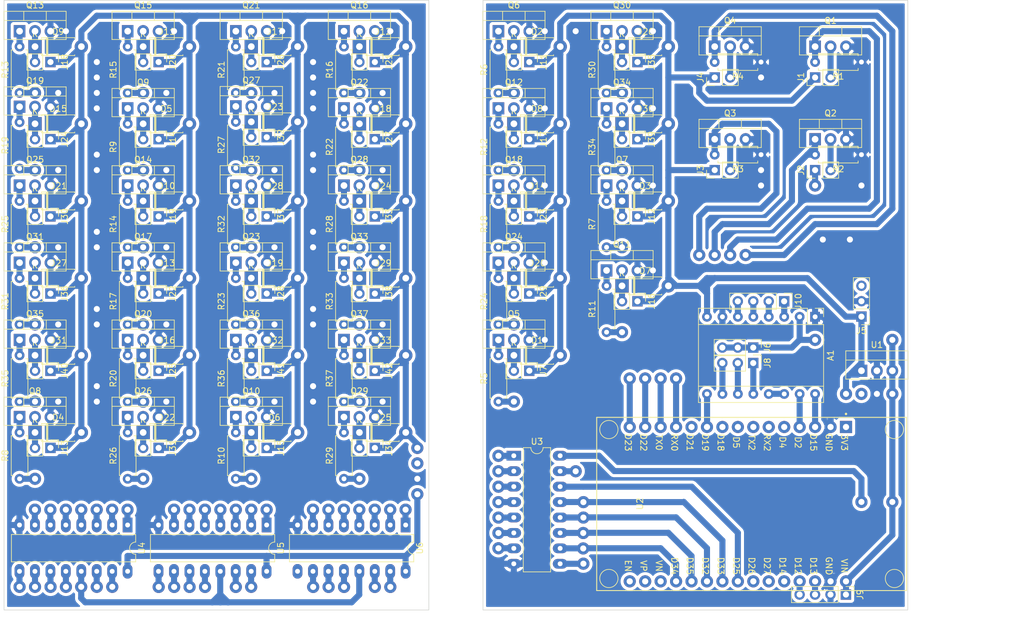
<source format=kicad_pcb>
(kicad_pcb (version 20211014) (generator pcbnew)
  (title_block (title "MIDI violina movement controller") (rev "1.00"))
  (layers (0 "F.Cu" signal) (31 "B.Cu" signal) (34 "B.Paste" user) (35 "F.Paste" user) (36 "B.SilkS" user "B.Silkscreen") (37 "F.SilkS" user "F.Silkscreen") (38 "B.Mask" user) (39 "F.Mask" user) (44 "Edge.Cuts" user))
  (net 0 "")
  (net 1 "+24V")
  (net 2 "+5V")
  (net 3 "GND")
  (net 4 "/Motor 2")
  (net 5 "/Motor 1")
  (net 6 "/Motor 3")
  (net 7 "/Motor 4")
  (net 8 "G# NOTE")
  (net 9 "D NOTE")
  (net 10 "G#2 NOTE")
  (net 11 "C2 NOTE")
  (net 12 "F#2 NOTE")
  (net 13 "STRING 1")
  (net 14 "A NOTE")
  (net 15 "D# NOTE")
  (net 16 "A2 NOTE")
  (net 17 "C#2 NOTE")
  (net 18 "G2 NOTE")
  (net 19 "STRING 2")
  (net 20 "A# NOTE")
  (net 21 "E NOTE")
  (net 22 "A#2 NOTE")
  (net 23 "D2 NOTE")
  (net 24 "G#3 NOTE")
  (net 25 "STRING 3")
  (net 26 "B NOTE")
  (net 27 "F NOTE")
  (net 28 "B2 NOTE")
  (net 29 "D#2 NOTE")
  (net 30 "A3 NOTE")
  (net 31 "STRING 4")
  (net 32 "C NOTE")
  (net 33 "F# NOTE")
  (net 34 "E2 NOTE")
  (net 35 "A#3 NOTE")
  (net 36 "C# NOTE")
  (net 37 "G NOTE")
  (net 38 "F2 NOTE")
  (net 39 "B3 NOTE")
  (net 40 "SHIFT I{slash}O")
  (net 41 "SHIFT CLOCK")
  (net 42 "SHIFT CLEAR")
  (net 43 "OUT ENABLE")
  (net 44 "LATCH")
  (net 45 "Net-(D1-Pad1)")
  (net 46 "Net-(D2-Pad1)")
  (net 47 "Net-(D3-Pad1)")
  (net 48 "Net-(D4-Pad1)")
  (net 49 "Net-(D5-Pad1)")
  (net 50 "Net-(D6-Pad1)")
  (net 51 "Net-(D7-Pad1)")
  (net 52 "Net-(D8-Pad1)")
  (net 53 "Net-(D9-Pad1)")
  (net 54 "Net-(D10-Pad1)")
  (net 55 "Net-(D11-Pad1)")
  (net 56 "Net-(D12-Pad1)")
  (net 57 "Net-(D13-Pad1)")
  (net 58 "Net-(D14-Pad1)")
  (net 59 "Net-(D15-Pad1)")
  (net 60 "Net-(D16-Pad1)")
  (net 61 "Net-(D17-Pad1)")
  (net 62 "Net-(D18-Pad1)")
  (net 63 "Net-(D19-Pad1)")
  (net 64 "Net-(D20-Pad1)")
  (net 65 "Net-(D21-Pad1)")
  (net 66 "Net-(D22-Pad1)")
  (net 67 "Net-(D23-Pad1)")
  (net 68 "Net-(D24-Pad1)")
  (net 69 "Net-(D25-Pad1)")
  (net 70 "Net-(D26-Pad1)")
  (net 71 "Net-(D27-Pad1)")
  (net 72 "Net-(D28-Pad1)")
  (net 73 "Net-(D29-Pad1)")
  (net 74 "Net-(D30-Pad1)")
  (net 75 "Net-(D31-Pad1)")
  (net 76 "Net-(D32-Pad1)")
  (net 77 "Net-(J1-Pad2)")
  (net 78 "Net-(J2-Pad2)")
  (net 79 "Net-(J3-Pad2)")
  (net 80 "Net-(J4-Pad2)")
  (net 82 "Net-(Q5-Pad1)")
  (net 83 "Net-(Q6-Pad1)")
  (net 84 "Net-(Q7-Pad1)")
  (net 85 "Net-(Q8-Pad1)")
  (net 86 "Net-(Q9-Pad1)")
  (net 87 "Net-(Q10-Pad1)")
  (net 88 "Net-(Q11-Pad1)")
  (net 89 "Net-(Q12-Pad1)")
  (net 90 "Net-(Q13-Pad1)")
  (net 91 "Net-(Q14-Pad1)")
  (net 92 "Net-(Q15-Pad1)")
  (net 93 "Net-(Q16-Pad1)")
  (net 94 "Net-(Q17-Pad1)")
  (net 95 "Net-(Q18-Pad1)")
  (net 96 "Net-(Q19-Pad1)")
  (net 97 "Net-(Q20-Pad1)")
  (net 98 "Net-(Q21-Pad1)")
  (net 99 "Net-(Q22-Pad1)")
  (net 100 "Net-(Q23-Pad1)")
  (net 101 "Net-(Q24-Pad1)")
  (net 102 "Net-(Q25-Pad1)")
  (net 103 "Net-(Q26-Pad1)")
  (net 104 "Net-(Q27-Pad1)")
  (net 105 "Net-(Q28-Pad1)")
  (net 106 "Net-(Q29-Pad1)")
  (net 107 "Net-(Q30-Pad1)")
  (net 108 "Net-(Q31-Pad1)")
  (net 109 "Net-(Q32-Pad1)")
  (net 110 "Net-(Q33-Pad1)")
  (net 111 "Net-(Q34-Pad1)")
  (net 112 "Net-(Q35-Pad1)")
  (net 113 "Net-(Q36-Pad1)")
  (net 124 "Net-(U3-Pad9)")
  (net 125 "Net-(U4-Pad9)")
  (net 126 "Net-(U5-Pad9)")
  (net 128 "Net-(A1-Pad3)")
  (net 129 "Net-(A1-Pad4)")
  (net 130 "Net-(A1-Pad5)")
  (net 131 "Net-(A1-Pad6)")
  (net 132 "/Enable")
  (net 133 "Net-(A1-Pad10)")
  (net 134 "Net-(A1-Pad11)")
  (net 135 "Net-(A1-Pad12)")
  (net 136 "Net-(A1-Pad13)")
  (net 137 "/Step")
  (net 138 "/Direction")
  (net 139 "Net-(D33-Pad1)")
  (net 140 "Net-(J9-Pad3)")
  (net 144 "Net-(J9-Pad4)")
  (net 145 "Net-(Q37-Pad1)")
  (footprint "Package_DIP:DIP-16_W7.62mm_LongPads" (layer "F.Cu") (at 135.875 125.715 -90)
    (fp_text reference "U6")
    (fp_text value "74AHC595")
  )
  (footprint "Package_TO_SOT_THT:TO-220-3_Vertical" (layer "F.Cu") (at 210.82 100.33)
    (fp_text reference "U1")
    (fp_text value "LM7805_TO220")
  )
  (footprint "Diode_THT:D_DO-41_SOD81_P7.62mm_Horizontal" (layer "F.Cu") (at 153.67 85.09)
    (fp_text reference "D20")
    (fp_text value "IN4001")
  )
  (footprint "Package_TO_SOT_THT:TO-220-3_Vertical" (layer "F.Cu") (at 90.17 57.15)
    (fp_text reference "Q9")
    (fp_text value "IRF540N")
  )
  (footprint "Diode_THT:D_DO-41_SOD81_P7.62mm_Horizontal" (layer "F.Cu") (at 110.49 85.09)
    (fp_text reference "D19")
    (fp_text value "IN4001")
  )
  (footprint "Diode_THT:D_DO-41_SOD81_P7.62mm_Horizontal" (layer "F.Cu") (at 74.93 97.79)
    (fp_text reference "D31")
    (fp_text value "IN4001")
  )
  (footprint "Resistor_THT:R_Axial_DIN0207_L6.3mm_D2.5mm_P7.62mm_Horizontal" (layer "F.Cu") (at 90.17 105.41 90)
    (fp_text reference "R20")
    (fp_text value "220")
  )
  (footprint "Package_TO_SOT_THT:TO-220-3_Vertical" (layer "F.Cu") (at 125.73 82.55)
    (fp_text reference "Q33")
    (fp_text value "IRF540N")
  )
  (footprint "Diode_THT:D_DO-41_SOD81_P7.62mm_Horizontal" (layer "F.Cu") (at 92.71 46.99)
    (fp_text reference "D11")
    (fp_text value "IN4001")
  )
  (footprint "Resistor_THT:R_Axial_DIN0207_L6.3mm_D2.5mm_P7.62mm_Horizontal" (layer "F.Cu") (at 151.13 67.31 90)
    (fp_text reference "R12")
    (fp_text value "220")
  )
  (footprint "Resistor_THT:R_Axial_DIN0207_L6.3mm_D2.5mm_P7.62mm_Horizontal" (layer "F.Cu") (at 210.82 49.53 180)
    (fp_text reference "R1")
    (fp_text value "10 K")
  )
  (footprint "Connector_PinHeader_2.54mm:PinHeader_1x02_P2.54mm_Vertical" (layer "F.Cu") (at 113.03 87.63 -90)
    (fp_text reference "J28")
    (fp_text value "Solenoid")
  )
  (footprint "Connector_PinHeader_2.54mm:PinHeader_1x04_P2.54mm_Vertical" (layer "F.Cu") (at 208.27 137.16 -90)
    (fp_text reference "J9")
    (fp_text value "MIDI I/O")
  )
  (footprint "Connector_PinHeader_2.54mm:PinHeader_1x02_P2.54mm_Vertical" (layer "F.Cu") (at 77.47 87.63 -90)
    (fp_text reference "J36")
    (fp_text value "Solenoid")
  )
  (footprint "Package_TO_SOT_THT:TO-220-3_Vertical" (layer "F.Cu") (at 203.2 62.23)
    (fp_text reference "Q2")
    (fp_text value "IRF540N")
  )
  (footprint "Package_TO_SOT_THT:TO-220-3_Vertical" (layer "F.Cu") (at 90.17 44.45)
    (fp_text reference "Q15")
    (fp_text value "IRF540N")
  )
  (footprint "Package_TO_SOT_THT:TO-220-3_Vertical" (layer "F.Cu") (at 168.91 69.85)
    (fp_text reference "Q7")
    (fp_text value "IRF540N")
  )
  (footprint "Module:Pololu_Breakout-16_15.2x20.3mm" (layer "F.Cu") (at 203.2 91.45 -90)
    (fp_text reference "A1")
    (fp_text value "Pololu_Breakout_A4988")
  )
  (footprint "Diode_THT:D_DO-41_SOD81_P7.62mm_Horizontal" (layer "F.Cu") (at 153.67 46.99)
    (fp_text reference "D2")
    (fp_text value "IN4001")
  )
  (footprint "Package_TO_SOT_THT:TO-220-3_Vertical" (layer "F.Cu") (at 151.13 57.15)
    (fp_text reference "Q12")
    (fp_text value "IRF540N")
  )
  (footprint "Resistor_THT:R_Axial_DIN0207_L6.3mm_D2.5mm_P7.62mm_Horizontal" (layer "F.Cu") (at 151.13 105.41 90)
    (fp_text reference "R5")
    (fp_text value "220")
  )
  (footprint "Package_TO_SOT_THT:TO-220-3_Vertical" (layer "F.Cu") (at 151.13 82.55)
    (fp_text reference "Q24")
    (fp_text value "IRF540N")
  )
  (footprint "Package_TO_SOT_THT:TO-220-3_Vertical" (layer "F.Cu") (at 107.95 107.95)
    (fp_text reference "Q10")
    (fp_text value "IRF540N")
  )
  (footprint "Resistor_THT:R_Axial_DIN0207_L6.3mm_D2.5mm_P7.62mm_Horizontal" (layer "F.Cu") (at 90.17 92.71 90)
    (fp_text reference "R17")
    (fp_text value "220")
  )
  (footprint "Package_TO_SOT_THT:TO-220-3_Vertical" (layer "F.Cu") (at 107.95 82.55)
    (fp_text reference "Q23")
    (fp_text value "IRF540N")
  )
  (footprint "Package_TO_SOT_THT:TO-220-3_Vertical" (layer "F.Cu") (at 72.39 44.45)
    (fp_text reference "Q13")
    (fp_text value "IRF540N")
  )
  (footprint "Diode_THT:D_DO-41_SOD81_P7.62mm_Horizontal" (layer "F.Cu") (at 128.27 59.69)
    (fp_text reference "D18")
    (fp_text value "IN4001")
  )
  (footprint "Connector_PinHeader_2.54mm:PinHeader_1x02_P2.54mm_Vertical" (layer "F.Cu") (at 130.81 62.23 -90)
    (fp_text reference "J27")
    (fp_text value "Solenoid")
  )
  (footprint "Diode_THT:D_DO-41_SOD81_P7.62mm_Horizontal" (layer "F.Cu") (at 74.93 110.49)
    (fp_text reference "D4")
    (fp_text value "IN4001")
  )
  (footprint "Resistor_THT:R_Axial_DIN0207_L6.3mm_D2.5mm_P7.62mm_Horizontal" (layer "F.Cu") (at 72.39 118.11 90)
    (fp_text reference "R8")
    (fp_text value "220")
  )
  (footprint "Package_TO_SOT_THT:TO-220-3_Vertical" (layer "F.Cu") (at 203.2 46.99)
    (fp_text reference "Q1")
    (fp_text value "IRF540N")
  )
  (footprint "Connector_PinHeader_2.54mm:PinHeader_1x02_P2.54mm_Vertical" (layer "F.Cu") (at 186.69 67.31 90)
    (fp_text reference "J3")
    (fp_text value "Motor")
  )
  (footprint "Diode_THT:D_DO-41_SOD81_P7.62mm_Horizontal" (layer "F.Cu") (at 110.49 72.39)
    (fp_text reference "D28")
    (fp_text value "IN4001")
  )
  (footprint "Package_TO_SOT_THT:TO-220-3_Vertical" (layer "F.Cu") (at 90.17 95.25)
    (fp_text reference "Q20")
    (fp_text value "IRF540N")
  )
  (footprint "Resistor_THT:R_Axial_DIN0207_L6.3mm_D2.5mm_P7.62mm_Horizontal" (layer "F.Cu") (at 90.17 67.31 90)
    (fp_text reference "R9")
    (fp_text value "220")
  )
  (footprint "Resistor_THT:R_Axial_DIN0207_L6.3mm_D2.5mm_P7.62mm_Horizontal" (layer "F.Cu") (at 125.73 105.41 90)
    (fp_text reference "R37")
    (fp_text value "220")
  )
  (footprint "Resistor_THT:R_Axial_DIN0207_L6.3mm_D2.5mm_P7.62mm_Horizontal" (layer "F.Cu") (at 168.91 80.01 90)
    (fp_text reference "R7")
    (fp_text value "220")
  )
  (footprint "Connector_PinHeader_2.54mm:PinHeader_1x02_P2.54mm_Vertical" (layer "F.Cu") (at 156.21 62.23 -90)
    (fp_text reference "J17")
    (fp_text value "Solenoid")
  )
  (footprint "Resistor_THT:R_Axial_DIN0207_L6.3mm_D2.5mm_P7.62mm_Horizontal" (layer "F.Cu") (at 107.95 80.01 90)
    (fp_text reference "R32")
    (fp_text value "220")
  )
  (footprint "Connector_PinHeader_2.54mm:PinHeader_1x03_P2.54mm_Vertical" (layer "F.Cu") (at 210.82 91.425 180)
    (fp_text reference "J5")
    (fp_text value "Power in")
  )
  (footprint "Connector_PinHeader_2.54mm:PinHeader_1x02_P2.54mm_Vertical" (layer "F.Cu") (at 173.99 74.93 -90)
    (fp_text reference "J12")
    (fp_text value "Solenoid")
  )
  (footprint "Resistor_THT:R_Axial_DIN0207_L6.3mm_D2.5mm_P7.62mm_Horizontal" (layer "F.Cu") (at 125.73 54.61 90)
    (fp_text reference "R16")
    (fp_text value "220")
  )
  (footprint "Diode_THT:D_DO-41_SOD81_P7.62mm_Horizontal" (layer "F.Cu") (at 110.49 46.99)
    (fp_text reference "D17")
    (fp_text value "IN4001")
  )
  (footprint "Package_TO_SOT_THT:TO-220-3_Vertical" (layer "F.Cu") (at 151.13 69.85)
    (fp_text reference "Q18")
    (fp_text value "IRF540N")
  )
  (footprint "Connector_PinHeader_2.54mm:PinHeader_1x02_P2.54mm_Vertical" (layer "F.Cu") (at 95.25 49.53 -90)
    (fp_text reference "J20")
    (fp_text value "Solenoid")
  )
  (footprint "Connector_PinHeader_2.54mm:PinHeader_1x02_P2.54mm_Vertical" (layer "F.Cu") (at 95.25 100.33 -90)
    (fp_text reference "J25")
    (fp_text value "Solenoid")
  )
  (footprint "Resistor_THT:R_Axial_DIN0207_L6.3mm_D2.5mm_P7.62mm_Horizontal" (layer "F.Cu") (at 72.39 80.01 90)
    (fp_text reference "R25")
    (fp_text value "220")
  )
  (footprint "Package_TO_SOT_THT:TO-220-3_Vertical" (layer "F.Cu") (at 168.91 57.15)
    (fp_text reference "Q34")
    (fp_text value "IRF540N")
  )
  (footprint "Connector_PinHeader_2.54mm:PinHeader_1x02_P2.54mm_Vertical" (layer "F.Cu") (at 156.21 87.63 -90)
    (fp_text reference "J29")
    (fp_text value "Solenoid")
  )
  (footprint "Connector_PinHeader_2.54mm:PinHeader_1x02_P2.54mm_Vertical" (layer "F.Cu") (at 130.81 113.03 -90)
    (fp_text reference "J34")
    (fp_text value "Solenoid")
  )
  (footprint "Diode_THT:D_DO-41_SOD81_P7.62mm_Horizontal" (layer "F.Cu") (at 92.71 110.49)
    (fp_text reference "D22")
    (fp_text value "IN4001")
  )
  (footprint "Connector_PinHeader_2.54mm:PinHeader_1x02_P2.54mm_Vertical" (layer "F.Cu") (at 130.81 87.63 -90)
    (fp_text reference "J38")
    (fp_text value "Solenoid")
  )
  (footprint "Resistor_THT:R_Axial_DIN0207_L6.3mm_D2.5mm_P7.62mm_Horizontal" (layer "F.Cu") (at 90.17 54.61 90)
    (fp_text reference "R15")
    (fp_text value "220")
  )
  (footprint "Package_TO_SOT_THT:TO-220-3_Vertical" (layer "F.Cu") (at 125.73 107.95)
    (fp_text reference "Q29")
    (fp_text value "IRF540N")
  )
  (footprint "Connector_PinHeader_2.54mm:PinHeader_1x02_P2.54mm_Vertical" (layer "F.Cu") (at 95.25 113.03 -90)
    (fp_text reference "J31")
    (fp_text value "Solenoid")
  )
  (footprint "Diode_THT:D_DO-41_SOD81_P7.62mm_Horizontal" (layer "F.Cu") (at 74.93 59.69)
    (fp_text reference "D15")
    (fp_text value "IN4001")
  )
  (footprint "Package_TO_SOT_THT:TO-220-3_Vertical" (layer "F.Cu") (at 72.39 107.95)
    (fp_text reference "Q8")
    (fp_text value "IRF540N")
  )
  (footprint "Connector_PinHeader_2.54mm:PinHeader_1x02_P2.54mm_Vertical" (layer "F.Cu") (at 203.2 67.31 90)
    (fp_text reference "J2")
    (fp_text value "Motor")
  )
  (footprint "Resistor_THT:R_Axial_DIN0207_L6.3mm_D2.5mm_P7.62mm_Horizontal" (layer "F.Cu") (at 194.31 49.53 180)
    (fp_text reference "R4")
    (fp_text value "10 K")
  )
  (footprint "Package_TO_SOT_THT:TO-220-3_Vertical" (layer "F.Cu") (at 107.95 44.45)
    (fp_text reference "Q21")
    (fp_text value "IRF540N")
  )
  (footprint "Resistor_THT:R_Axial_DIN0207_L6.3mm_D2.5mm_P7.62mm_Horizontal" (layer "F.Cu") (at 72.39 92.71 90)
    (fp_text reference "R31")
    (fp_text value "220")
  )
  (footprint "Diode_THT:D_DO-41_SOD81_P7.62mm_Horizontal" (layer "F.Cu") (at 92.71 59.69)
    (fp_text reference "D5")
    (fp_text value "IN4001")
  )
  (footprint "Resistor_THT:R_Axial_DIN0207_L6.3mm_D2.5mm_P7.62mm_Horizontal" (layer "F.Cu") (at 151.13 92.71 90)
    (fp_text reference "R24")
    (fp_text value "220")
  )
  (footprint "Connector_PinHeader_2.54mm:PinHeader_1x02_P2.54mm_Vertical" (layer "F.Cu") (at 186.69 52.07 90)
    (fp_text reference "J4")
    (fp_text value "Motor")
  )
  (footprint "Connector_PinHeader_2.54mm:PinHeader_1x02_P2.54mm_Vertical" (layer "F.Cu") (at 203.2 52.07 90)
    (fp_text reference "J1")
    (fp_text value "Motor")
  )
  (footprint "Resistor_THT:R_Axial_DIN0207_L6.3mm_D2.5mm_P7.62mm_Horizontal" (layer "F.Cu") (at 107.95 66.985 90)
    (fp_text reference "R27")
    (fp_text value "220")
  )
  (footprint "Connector_PinHeader_2.54mm:PinHeader_1x02_P2.54mm_Vertical" (layer "F.Cu") (at 130.81 100.33 -90)
    (fp_text reference "J42")
    (fp_text value "Solenoid")
  )
  (footprint "Resistor_THT:R_Axial_DIN0207_L6.3mm_D2.5mm_P7.62mm_Horizontal" (layer "F.Cu") (at 168.91 67.31 90)
    (fp_text reference "R34")
    (fp_text value "220")
  )
  (footprint "Connector_PinHeader_2.54mm:PinHeader_1x02_P2.54mm_Vertical" (layer "F.Cu") (at 95.25 62.23 -90)
    (fp_text reference "J14")
    (fp_text value "Solenoid")
  )
  (footprint "Diode_THT:D_DO-41_SOD81_P7.62mm_Horizontal" (layer "F.Cu") (at 171.45 86.36)
    (fp_text reference "D7")
    (fp_text value "IN4001")
  )
  (footprint "Connector_PinHeader_2.54mm:PinHeader_1x02_P2.54mm_Vertical" (layer "F.Cu") (at 95.25 74.93 -90)
    (fp_text reference "J19")
    (fp_text value "Solenoid")
  )
  (footprint "Resistor_THT:R_Axial_DIN0207_L6.3mm_D2.5mm_P7.62mm_Horizontal" (layer "F.Cu") (at 125.73 92.71 90)
    (fp_text reference "R33")
    (fp_text value "220")
  )
  (footprint "Resistor_THT:R_Axial_DIN0207_L6.3mm_D2.5mm_P7.62mm_Horizontal" (layer "F.Cu") (at 107.95 105.41 90)
    (fp_text reference "R36")
    (fp_text value "220")
  )
  (footprint "Resistor_THT:R_Axial_DIN0207_L6.3mm_D2.5mm_P7.62mm_Horizontal" (layer "F.Cu") (at 125.73 80.01 90)
    (fp_text reference "R28")
    (fp_text value "220")
  )
  (footprint "Resistor_THT:R_Axial_DIN0207_L6.3mm_D2.5mm_P7.62mm_Horizontal" (layer "F.Cu") (at 168.91 93.98 90)
    (fp_text reference "R11")
    (fp_text value "220")
  )
  (footprint "Resistor_THT:R_Axial_DIN0207_L6.3mm_D2.5mm_P7.62mm_Horizontal" (layer "F.Cu") (at 72.39 67.05 90)
    (fp_text reference "R19")
    (fp_text value "220")
  )
  (footprint "Connector_PinHeader_2.54mm:PinHeader_1x02_P2.54mm_Vertical" (layer "F.Cu") (at 130.81 49.53 -90)
    (fp_text reference "J21")
    (fp_text value "Solenoid")
  )
  (footprint "Package_TO_SOT_THT:TO-220-3_Vertical" (layer "F.Cu") (at 72.39 82.55)
    (fp_text reference "Q31")
    (fp_text value "IRF540N")
  )
  (footprint "Resistor_THT:R_Axial_DIN0207_L6.3mm_D2.5mm_P7.62mm_Horizontal" (layer "F.Cu") (at 107.95 92.71 90)
    (fp_text reference "R23")
    (fp_text value "220")
  )
  (footprint "Connector_PinHeader_2.54mm:PinHeader_1x02_P2.54mm_Vertical" (layer "F.Cu") (at 173.99 62.23 -90)
    (fp_text reference "J39")
    (fp_text value "Solenoid")
  )
  (footprint "Resistor_THT:R_Axial_DIN0207_L6.3mm_D2.5mm_P7.62mm_Horizontal" (layer "F.Cu") (at 194.31 64.77 180)
    (fp_text reference "R3")
    (fp_text value "10 K")
  )
  (footprint "Connector_PinHeader_2.54mm:PinHeader_1x02_P2.54mm_Vertical" (layer "F.Cu") (at 113.03 49.53 -90)
    (fp_text reference "J26")
    (fp_text value "Solenoid")
  )
  (footprint "Connector_PinHeader_2.54mm:PinHeader_1x02_P2.54mm_Vertical" (layer "F.Cu") (at 113.03 61.905 -90)
    (fp_text reference "J32")
    (fp_text value "Solenoid")
  )
  (footprint "Package_TO_SOT_THT:TO-220-3_Vertical" (layer "F.Cu") (at 186.69 62.23)
    (fp_text reference "Q3")
    (fp_text value "IRF540N")
  )
  (footprint "Connector_PinHeader_2.54mm:PinHeader_1x02_P2.54mm_Vertical" (layer "F.Cu") (at 95.25 87.63 -90)
    (fp_text reference "J22")
    (fp_text value "Solenoid")
  )
  (footprint "Package_DIP:DIP-16_W7.62mm_LongPads" (layer "F.Cu") (at 153.655 114.315)
    (fp_text reference "U3")
    (fp_text value "74AHC595")
  )
  (footprint "Diode_THT:D_DO-41_SOD81_P7.62mm_Horizontal" (layer "F.Cu") (at 92.71 85.09)
    (fp_text reference "D13")
    (fp_text value "IN4001")
  )
  (footprint "Package_TO_SOT_THT:TO-220-3_Vertical" (layer "F.Cu") (at 90.17 82.55)
    (fp_text reference "Q17")
    (fp_text value "IRF540N")
  )
  (footprint "Package_TO_SOT_THT:TO-220-3_Vertical" (layer "F.Cu") (at 186.69 46.99)
    (fp_text reference "Q4")
    (fp_text value "IRF540N")
  )
  (footprint "Package_TO_SOT_THT:TO-220-3_Vertical" (layer "F.Cu") (at 168.91 44.45)
    (fp_text reference "Q30")
    (fp_text value "IRF540N")
  )
  (footprint "Diode_THT:D_DO-41_SOD81_P7.62mm_Horizontal" (layer "F.Cu") (at 171.45 46.99)
    (fp_text reference "D26")
    (fp_text value "IN4001")
  )
  (footprint "Package_DIP:DIP-16_W7.62mm_LongPads" (layer "F.Cu") (at 113.015 125.715 -90)
    (fp_text reference "U5")
    (fp_text value "74AHC595")
  )
  (footprint "Connector_PinHeader_2.54mm:PinHeader_1x02_P2.54mm_Vertical" (layer "F.Cu") (at 156.21 49.53 -90)
    (fp_text reference "J11")
    (fp_text value "Solenoid")
  )
  (footprint "Diode_THT:D_DO-41_SOD81_P7.62mm_Horizontal" (layer "F.Cu") (at 110.49 97.79)
    (fp_text reference "D32")
    (fp_text value "IN4001")
  )
  (footprint "Resistor_THT:R_Axial_DIN0207_L6.3mm_D2.5mm_P7.62mm_Horizontal" (layer "F.Cu") (at 107.95 54.61 90)
    (fp_text reference "R21")
    (fp_text value "220")
  )
  (footprint "Package_TO_SOT_THT:TO-220-3_Vertical" (layer "F.Cu") (at 107.95 56.825)
    (fp_text reference "Q27")
    (fp_text value "IRF540N")
  )
  (footprint "Diode_THT:D_DO-41_SOD81_P7.62mm_Horizontal" (layer "F.Cu") (at 92.71 97.79)
    (fp_text reference "D16")
    (fp_text value "IN4001")
  )
  (footprint "Diode_THT:D_DO-41_SOD81_P7.62mm_Horizontal" (layer "F.Cu") (at 153.67 97.79)
    (fp_text reference "D1")
    (fp_text value "IN4001")
  )
  (footprint "Package_TO_SOT_THT:TO-220-3_Vertical" (layer "F.Cu") (at 72.39 95.25)
    (fp_text reference "Q35")
    (fp_text value "IRF540N")
  )
  (footprint "Package_TO_SOT_THT:TO-220-3_Vertical" (layer "F.Cu") (at 125.73 57.15)
    (fp_text reference "Q22")
    (fp_text value "IRF540N")
  )
  (footprint "Resistor_THT:R_Axial_DIN0207_L6.3mm_D2.5mm_P7.62mm_Horizontal" (layer "F.Cu") (at 72.39 105.41 90)
    (fp_text reference "R35")
    (fp_text value "220")
  )
  (footprint "Connector_PinHeader_2.54mm:PinHeader_1x02_P2.54mm_Vertical" (layer "F.Cu") (at 77.47 74.93 -90)
    (fp_text reference "J30")
    (fp_text value "Solenoid")
  )
  (footprint "Connector_PinHeader_2.54mm:PinHeader_1x02_P2.54mm_Vertical" (layer "F.Cu") (at 113.03 74.93 -90)
    (fp_text reference "J37")
    (fp_text value "Solenoid")
  )
  (footprint "Resistor_THT:R_Axial_DIN0207_L6.3mm_D2.5mm_P7.62mm_Horizontal" (layer "F.Cu") (at 90.17 118.11 90)
    (fp_text reference "R26")
    (fp_text value "220")
  )
  (footprint "Package_TO_SOT_THT:TO-220-3_Vertical" (layer "F.Cu") (at 90.17 107.95)
    (fp_text reference "Q26")
    (fp_text value "IRF540N")
  )
  (footprint "Diode_THT:D_DO-41_SOD81_P7.62mm_Horizontal" (layer "F.Cu") (at 110.49 110.49)
    (fp_text reference "D6")
    (fp_text value "IN4001")
  )
  (footprint "Resistor_THT:R_Axial_DIN0207_L6.3mm_D2.5mm_P7.62mm_Horizontal" (layer "F.Cu") (at 72.39 54.61 90)
    (fp_text reference "R13")
    (fp_text value "220")
  )
  (footprint "Package_TO_SOT_THT:TO-220-3_Vertical" (layer "F.Cu") (at 151.13 44.45)
    (fp_text reference "Q6")
    (fp_text value "IRF540N")
  )
  (footprint "Diode_THT:D_DO-41_SOD81_P7.62mm_Horizontal" (layer "F.Cu") (at 153.67 72.39)
    (fp_text reference "D14")
    (fp_text value "IN4001")
  )
  (footprint "Resistor_THT:R_Axial_DIN0207_L6.3mm_D2.5mm_P7.62mm_Horizontal" (layer "F.Cu") (at 125.73 118.11 90)
    (fp_text reference "R29")
    (fp_text value "220")
  )
  (footprint "Connector_PinHeader_2.54mm:PinHeader_1x02_P2.54mm_Vertical" (layer "F.Cu") (at 77.47 49.53 -90)
    (fp_text reference "J18")
    (fp_text value "Solenoid")
  )
  (footprint "Diode_THT:D_DO-41_SOD81_P7.62mm_Horizontal" (layer "F.Cu") (at 128.27 85.09)
    (fp_text reference "D29")
    (fp_text value "IN4001")
  )
  (footprint "Connector_PinHeader_2.54mm:PinHeader_1x04_P2.54mm_Vertical" (layer "F.Cu") (at 198.11 88.9 -90)
    (fp_text reference "J10")
    (fp_text value "STEPPER OUT")
  )
  (footprint "Resistor_THT:R_Axial_DIN0207_L6.3mm_D2.5mm_P7.62mm_Horizontal" (layer "F.Cu") (at 151.13 80.01 90)
    (fp_text reference "R18")
    (fp_text value "220")
  )
  (footprint "Resistor_THT:R_Axial_DIN0207_L6.3mm_D2.5mm_P7.62mm_Horizontal" (layer "F.Cu") (at 125.73 67.31 90)
    (fp_text reference "R22")
    (fp_text value "220")
  )
  (footprint "Connector_PinHeader_2.54mm:PinHeader_1x02_P2.54mm_Vertical" (layer "F.Cu") (at 156.21 100.33 -90)
    (fp_text reference "J7")
    (fp_text value "Solenoid")
  )
  (footprint "Resistor_THT:R_Axial_DIN0207_L6.3mm_D2.5mm_P7.62mm_Horizontal" (layer "F.Cu") (at 210.82 64.77 180)
    (fp_text reference "R2")
    (fp_text value "10 K")
  )
  (footprint "Connector_PinHeader_2.54mm:PinHeader_1x03_P2.54mm_Vertical" (layer "F.Cu") (at 193.025 99.06 -90)
    (fp_text reference "J8")
    (fp_text value "Microstep Bridge")
  )
  (footprint "Package_TO_SOT_THT:TO-220-3_Vertical" (layer "F.Cu") (at 125.73 69.85)
    (fp_text reference "Q28")
    (fp_text value "IRF540N")
  )
  (footprint "Diode_THT:D_DO-41_SOD81_P7.62mm_Horizontal" (layer "F.Cu") (at 128.27 46.99)
    (fp_text reference "D12")
    (fp_text value "IN4001")
  )
  (footprint "ESP32 SnapEDA:MODULE_ESP32_DEVKIT_V1" (layer "F.Cu") (at 191.77 121.92 -90)
    (fp_text reference "U2")
    (fp_text value "ESP32-DEVKIT-V1")
  )
  (footprint "Diode_THT:D_DO-41_SOD81_P7.62mm_Horizontal" (layer "F.Cu") (at 128.27 110.49)
    (fp_text reference "D25")
    (fp_text value "IN4001")
  )
  (footprint "Connector_PinHeader_2.54mm:PinHeader_1x02_P2.54mm_Vertical" (layer "F.Cu") (at 173.99 49.53 -90)
    (fp_text reference "J35")
    (fp_text value "Solenoid")
  )
  (footprint "Diode_THT:D_DO-41_SOD81_P7.62mm_Horizontal" (layer "F.Cu") (at 153.67 59.69)
    (fp_text reference "D8")
    (fp_text value "IN4001")
  )
  (footprint "Diode_THT:D_DO-41_SOD81_P7.62mm_Horizontal" (layer "F.Cu") (at 128.27 72.39)
    (fp_text reference "D24")
    (fp_text value "IN4001")
  )
  (footprint "Diode_THT:D_DO-41_SOD81_P7.62mm_Horizontal" (layer "F.Cu") (at 74.93 72.39)
    (fp_text reference "D21")
    (fp_text value "IN4001")
  )
  (footprint "Resistor_THT:R_Axial_DIN0207_L6.3mm_D2.5mm_P7.62mm_Horizontal" (layer "F.Cu") (at 151.13 54.61 90)
    (fp_text reference "R6")
    (fp_text value "220")
  )
  (footprint "Connector_PinHeader_2.54mm:PinHeader_1x02_P2.54mm_Vertical" (layer "F.Cu") (at 77.47 62.23 -90)
    (fp_text reference "J24")
    (fp_text value "Solenoid")
  )
  (footprint "Connector_PinHeader_2.54mm:PinHeader_1x02_P2.54mm_Vertical" (layer "F.Cu") (at 130.81 74.93 -90)
    (fp_text reference "J33")
    (fp_text value "Solenoid")
  )
  (footprint "Diode_THT:D_DO-41_SOD81_P7.62mm_Horizontal" (layer "F.Cu") (at 74.93 46.99)
    (fp_text reference "D9")
    (fp_text value "IN4001")
  )
  (footprint "Resistor_THT:R_Axial_DIN0207_L6.3mm_D2.5mm_P7.62mm_Horizontal" (layer "F.Cu") (at 107.95 118.11 90)
    (fp_text reference "R10")
    (fp_text value "220")
  )
  (footprint "Diode_THT:D_DO-41_SOD81_P7.62mm_Horizontal" (layer "F.Cu") (at 74.93 85.09)
    (fp_text reference "D27")
    (fp_text value "IN4001")
  )
  (footprint "Diode_THT:D_DO-41_SOD81_P7.62mm_Horizontal" (layer "F.Cu") (at 128.27 97.79)
    (fp_text reference "D33")
    (fp_text value "IN4001")
  )
  (footprint "Package_TO_SOT_THT:TO-220-3_Vertical" (layer "F.Cu") (at 151.13 95.25)
    (fp_text reference "Q5")
    (fp_text value "IRF540N")
  )
  (footprint "Package_TO_SOT_THT:TO-220-3_Vertical" (layer "F.Cu") (at 72.39 69.85)
    (fp_text reference "Q25")
    (fp_text value "IRF540N")
  )
  (footprint "Diode_THT:D_DO-41_SOD81_P7.62mm_Horizontal" (layer "F.Cu") (at 171.45 59.69)
    (fp_text reference "D30")
    (fp_text value "IN4001")
  )
  (footprint "Connector_PinHeader_2.54mm:PinHeader_1x02_P2.54mm_Vertical" (layer "F.Cu") (at 156.21 74.93 -90)
    (fp_text reference "J23")
    (fp_text value "Solenoid")
  )
  (footprint "Package_TO_SOT_THT:TO-220-3_Vertical" (layer "F.Cu") (at 107.95 69.85)
    (fp_text reference "Q32")
    (fp_text value "IRF540N")
  )
  (footprint "Connector_PinHeader_2.54mm:PinHeader_1x02_P2.54mm_Vertical" (layer "F.Cu") (at 113.03 113.03 -90)
    (fp_text reference "J15")
    (fp_text value "Solenoid")
  )
  (footprint "Package_TO_SOT_THT:TO-220-3_Vertical" (layer "F.Cu") (at 72.39 56.89)
    (fp_text reference "Q19")
    (fp_text value "IRF540N")
  )
  (footprint "Package_TO_SOT_THT:TO-220-3_Vertical" (layer "F.Cu") (at 107.95 95.25)
    (fp_text reference "Q36")
    (fp_text value "IRF540N")
  )
  (footprint "Diode_THT:D_DO-41_SOD81_P7.62mm_Horizontal" (layer "F.Cu") (at 110.49 59.365)
    (fp_text reference "D23")
    (fp_text value "IN4001")
  )
  (footprint "Package_TO_SOT_THT:TO-220-3_Vertical" (layer "F.Cu") (at 90.17 69.85)
    (fp_text reference "Q14")
    (fp_text value "IRF540N")
  )
  (footprint "Package_TO_SOT_THT:TO-220-3_Vertical" (layer "F.Cu") (at 125.73 44.45)
    (fp_text reference "Q16")
    (fp_text value "IRF540N")
  )
  (footprint "Diode_THT:D_DO-41_SOD81_P7.62mm_Horizontal" (layer "F.Cu") (at 92.71 72.39)
    (fp_text reference "D10")
    (fp_text value "IN4001")
  )
  (footprint "Connector_PinHeader_2.54mm:PinHeader_1x02_P2.54mm_Vertical" (layer "F.Cu") (at 173.99 88.9 -90)
    (fp_text reference "J16")
    (fp_text value "Solenoid")
  )
  (footprint "Package_TO_SOT_THT:TO-220-3_Vertical" (layer "F.Cu") (at 168.91 83.82)
    (fp_text reference "Q11")
    (fp_text value "IRF540N")
  )
  (footprint "Diode_THT:D_DO-41_SOD81_P7.62mm_Horizontal" (layer "F.Cu") (at 171.45 72.39)
    (fp_text reference "D3")
    (fp_text value "IN4001")
  )
  (footprint "Package_TO_SOT_THT:TO-220-3_Vertical" (layer "F.Cu") (at 125.73 95.25)
    (fp_text reference "Q37")
    (fp_text value "IRF540N")
  )
  (footprint "Connector_PinHeader_2.54mm:PinHeader_1x02_P2.54mm_Vertical" (layer "F.Cu") (at 77.47 100.33 -90)
    (fp_text reference "J40")
    (fp_text value "Solenoid")
  )
  (footprint "Connector_PinHeader_2.54mm:PinHeader_1x02_P2.54mm_Vertical" (layer "F.Cu") (at 113.03 100.33 -90)
    (fp_text reference "J41")
    (fp_text value "Solenoid")
  )
  (footprint "Resistor_THT:R_Axial_DIN0207_L6.3mm_D2.5mm_P7.62mm_Horizontal" (layer "F.Cu") (at 168.91 54.61 90)
    (fp_text reference "R30")
    (fp_text value "220")
  )
  (footprint "Package_DIP:DIP-16_W7.62mm_LongPads" (layer "F.Cu") (at 90.155 125.715 -90)
    (fp_text reference "U4")
    (fp_text value "74AHC595")
  )
  (footprint "Connector_PinHeader_2.54mm:PinHeader_1x03_P2.54mm_Vertical" (layer "F.Cu") (at 193.025 96.52 -90)
    (fp_text reference "J6")
    (fp_text value "MSB 2")
  )
  (footprint "Resistor_THT:R_Axial_DIN0207_L6.3mm_D2.5mm_P7.62mm_Horizontal" (layer "F.Cu") (at 90.17 80.01 90)
    (fp_text reference "R14")
    (fp_text value "220")
  )
  (footprint "Connector_PinHeader_2.54mm:PinHeader_1x02_P2.54mm_Vertical" (layer "F.Cu") (at 77.47 113.03 -90)
    (fp_text reference "J13")
    (fp_text value "Solenoid")
  )
  (gr_rect (start 139.685 139.7) (end 69.835 39.37) (layer "Edge.Cuts") (width 0.1) (fill none))
  (gr_rect (start 218.44 139.7) (end 148.59 39.37) (layer "Edge.Cuts") (width 0.1) (fill none))
  (via (at 210.82 104.14) (size 2) (drill 1) (layers "F.Cu" "B.Cu") (net 0))
  (via (at 137.795 115.57) (size 2) (drill 1) (layers "F.Cu" "B.Cu") (net 0))
  (via (at 203.2 69.85) (size 2) (drill 1) (layers "F.Cu" "B.Cu") (net 1))
  (via (at 208.28 104.14) (size 2) (drill 1) (layers "F.Cu" "B.Cu") (net 1))
  (via (at 137.795 113.03) (size 2) (drill 1) (layers "F.Cu" "B.Cu") (net 1))
  (segment (start 185.39 86.36) (end 185.405 86.345) (width 1) (layer "B.Cu") (net 1))
  (segment (start 177.8 60.96) (end 179.07 60.96) (width 1) (layer "B.Cu") (net 1))
  (segment (start 158.75 87.63) (end 160.02 86.36) (width 1) (layer "B.Cu") (net 1))
  (segment (start 97.79 113.03) (end 100.33 110.49) (width 1) (layer "B.Cu") (net 1))
  (segment (start 160.02 73.66) (end 161.29 73.66) (width 1) (layer "B.Cu") (net 1))
  (segment (start 137.795 113.03) (end 137.795 112.395) (width 1) (layer "B.Cu") (net 1))
  (segment (start 135.89 60.96) (end 135.89 73.66) (width 1) (layer "B.Cu") (net 1))
  (segment (start 160.02 86.36) (end 161.29 86.36) (width 1) (layer "B.Cu") (net 1))
  (segment (start 113.03 100.33) (end 115.57 100.33) (width 1) (layer "B.Cu") (net 1))
  (segment (start 184.15 52.07) (end 182.88 52.07) (width 1) (layer "B.Cu") (net 1))
  (segment (start 81.28 99.06) (end 82.55 97.79) (width 1) (layer "B.Cu") (net 1))
  (segment (start 199.39 55.88) (end 185.42 55.88) (width 1) (layer "B.Cu") (net 1))
  (segment (start 210.185 100.965) (end 208.915 100.965) (width 1) (layer "B.Cu") (net 1))
  (segment (start 118.11 99.06) (end 118.11 110.5225) (width 1) (layer "B.Cu") (net 1))
  (segment (start 161.29 86.36) (end 161.29 85.09) (width 1) (layer "B.Cu") (net 1))
  (segment (start 118.11 41.91) (end 118.11 43.18) (width 1) (layer "B.Cu") (net 1))
  (segment (start 118.11 46.99) (end 118.11 48.26) (width 1) (layer "B.Cu") (net 1))
  (segment (start 95.25 62.23) (end 97.79 62.23) (width 1) (layer "B.Cu") (net 1))
  (segment (start 81.28 48.26) (end 80.01 49.53) (width 1) (layer "B.Cu") (net 1))
  (segment (start 158.75 74.93) (end 160.02 73.66) (width 1) (layer "B.Cu") (net 1))
  (segment (start 133.35 113.03) (end 135.89 110.49) (width 1) (layer "B.Cu") (net 1))
  (segment (start 118.11 43.18) (end 118.11 46.99) (width 1) (layer "B.Cu") (net 1))
  (segment (start 82.55 46.99) (end 82.55 48.26) (width 1) (layer "B.Cu") (net 1))
  (segment (start 95.25 49.53) (end 97.79 49.53) (width 1) (layer "B.Cu") (net 1))
  (segment (start 101.6 41.91) (end 100.33 41.91) (width 1) (layer "B.Cu") (net 1))
  (segment (start 184.15 53.34) (end 182.88 52.07) (width 1) (layer "B.Cu") (net 1))
  (segment (start 186.69 67.31) (end 179.07 67.31) (width 1) (layer "B.Cu") (net 1))
  (segment (start 186.69 85.09) (end 185.42 85.09) (width 1) (layer "B.Cu") (net 1))
  (segment (start 99.06 60.96) (end 100.33 60.96) (width 1) (layer "B.Cu") (net 1))
  (segment (start 184.15 86.36) (end 184.18 86.36) (width 1) (layer "B.Cu") (net 1))
  (segment (start 162.56 41.91) (end 177.8 41.91) (width 1) (layer "B.Cu") (net 1))
  (segment (start 130.81 113.03) (end 133.35 113.03) (width 1) (layer "B.Cu") (net 1))
  (segment (start 177.8 41.91) (end 179.07 43.18) (width 1) (layer "B.Cu") (net 1))
  (segment (start 99.06 73.66) (end 100.33 72.39) (width 1) (layer "B.Cu") (net 1))
  (segment (start 100.33 43.18) (end 101.6 41.91) (width 1) (layer "B.Cu") (net 1))
  (segment (start 184.18 86.36) (end 185.435 87.615) (width 1) (layer "B.Cu") (net 1))
  (segment (start 100.33 48.26) (end 100.33 60.96) (width 1) (layer "B.Cu") (net 1))
  (segment (start 135.89 73.66) (end 135.89 86.36) (width 1) (layer "B.Cu") (net 1))
  (segment (start 100.33 99.06) (end 100.33 110.5225) (width 1) (layer "B.Cu") (net 1))
  (segment (start 116.84 60.96) (end 118.11 60.96) (width 1) (layer "B.Cu") (net 1))
  (segment (start 116.84 99.06) (end 118.11 99.06) (width 1) (layer "B.Cu") (net 1))
  (segment (start 134.62 99.06) (end 135.89 99.06) (width 1) (layer "B.Cu") (net 1))
  (segment (start 119.38 41.91) (end 118.11 43.18) (width 1) (layer "B.Cu") (net 1))
  (segment (start 100.33 43.18) (end 100.33 46.99) (width 1) (layer "B.Cu") (net 1))
  (segment (start 135.89 46.99) (end 135.89 48.26) (width 1) (layer "B.Cu") (net 1))
  (segment (start 177.8 48.26) (end 179.07 46.99) (width 1) (layer "B.Cu") (net 1))
  (segment (start 184.15 53.34) (end 185.42 52.07) (width 1) (layer "B.Cu") (net 1))
  (segment (start 177.8 73.66) (end 179.07 73.66) (width 1) (layer "B.Cu") (net 1))
  (segment (start 134.62 73.66) (end 135.89 73.66) (width 1) (layer "B.Cu") (net 1))
  (segment (start 97.79 100.33) (end 99.06 99.06) (width 1) (layer "B.Cu") (net 1))
  (segment (start 134.62 48.26) (end 135.89 46.99) (width 1) (layer "B.Cu") (net 1))
  (segment (start 180.34 86.36) (end 179.07 86.36) (width 1) (layer "B.Cu") (net 1))
  (segment (start 118.11 43.18) (end 116.84 41.91) (width 1) (layer "B.Cu") (net 1))
  (segment (start 185.42 52.07) (end 184.15 52.07) (width 1) (layer "B.Cu") (net 1))
  (segment (start 158.75 49.53) (end 160.02 48.26) (width 1) (layer "B.Cu") (net 1))
  (segment (start 179.07 85.09) (end 179.07 86.36) (width 1) (layer "B.Cu") (net 1))
  (segment (start 134.62 73.66) (end 135.89 72.39) (width 1) (layer "B.Cu") (net 1))
  (segment (start 185.435 85.105) (end 185.42 85.09) (width 1) (layer "B.Cu") (net 1))
  (segment (start 77.47 74.93) (end 80.01 74.93) (width 1) (layer "B.Cu") (net 1))
  (segment (start 208.28 101.6) (end 208.28 104.14) (width 1) (layer "B.Cu") (net 1))
  (segment (start 160.02 86.36) (end 161.29 85.09) (width 1) (layer "B.Cu") (net 1))
  (segment (start 116.84 86.36) (end 118.11 86.36) (width 1) (layer "B.Cu") (net 1))
  (segment (start 99.06 73.66) (end 100.33 73.66) (width 1) (layer "B.Cu") (net 1))
  (segment (start 130.81 62.23) (end 133.35 62.23) (width 1) (layer "B.Cu") (net 1))
  (segment (start 161.29 43.18) (end 162.56 41.91) (width 1) (layer "B.Cu") (net 1))
  (segment (start 116.84 73.66) (end 118.11 73.66) (width 1) (layer "B.Cu") (net 1))
  (segment (start 118.11 86.36) (end 118.11 99.06) (width 1) (layer "B.Cu") (net 1))
  (segment (start 97.79 87.63) (end 99.06 86.36) (width 1) (layer "B.Cu") (net 1))
  (segment (start 82.55 46.99) (end 81.28 48.26) (width 1) (layer "B.Cu") (net 1))
  (segment (start 82.55 86.36) (end 82.55 99.06) (width 1) (layer "B.Cu") (net 1))
  (segment (start 209.55 100.33) (end 210.82 100.33) (width 1) (layer "B.Cu") (net 1))
  (segment (start 177.8 60.96) (end 179.07 59.69) (width 1) (layer "B.Cu") (net 1))
  (segment (start 156.21 62.23) (end 158.75 62.23) (width 1) (layer "B.Cu") (net 1))
  (segment (start 95.25 100.33) (end 97.79 100.33) (width 1) (layer "B.Cu") (net 1))
  (segment (start 81.28 48.26) (end 82.55 48.26) (width 1) (layer "B.Cu") (net 1))
  (segment (start 160.02 60.96) (end 161.29 59.69) (width 1) (layer "B.Cu") (net 1))
  (segment (start 210.82 100.33) (end 210.185 100.965) (width 1) (layer "B.Cu") (net 1))
  (segment (start 133.35 74.93) (end 134.62 73.66) (width 1) (layer "B.Cu") (net 1))
  (segment (start 210.82 100.33) (end 210.82 99.06) (width 1) (layer "B.Cu") (net 1))
  (segment (start 173.99 74.93) (end 176.53 74.93) (width 1) (layer "B.Cu") (net 1))
  (segment (start 203.2 52.07) (end 199.39 55.88) (width 1) (layer "B.Cu") (net 1))
  (segment (start 185.435 86.345) (end 186.69 85.09) (width 1) (layer "B.Cu") (net 1))
  (segment (start 99.06 48.26) (end 100.33 48.26) (width 1) (layer "B.Cu") (net 1))
  (segment (start 113.03 113.03) (end 115.57 113.03) (width 1) (layer "B.Cu") (net 1))
  (segment (start 185.435 86.345) (end 185.435 85.105) (width 1) (layer "B.Cu") (net 1))
  (segment (start 160.02 48.26) (end 161.29 48.26) (width 1) (layer "B.Cu") (net 1))
  (segment (start 209.55 100.33) (end 210.82 99.06) (width 1) (layer "B.Cu") (net 1))
  (segment (start 179.07 48.26) (end 179.07 60.96) (width 1) (layer "B.Cu") (net 1))
  (segment (start 201.93 85.09) (end 208.265 91.425) (width 1) (layer "B.Cu") (net 1))
  (segment (start 81.28 99.06) (end 82.55 99.06) (width 1) (layer "B.Cu") (net 1))
  (segment (start 82.55 73.66) (end 82.55 86.36) (width 1) (layer "B.Cu") (net 1))
  (segment (start 210.82 99.06) (end 210.82 91.425) (width 1) (layer "B.Cu") (net 1))
  (segment (start 100.33 41.91) (end 99.06 41.91) (width 1) (layer "B.Cu") (net 1))
  (segment (start 134.62 86.36) (end 135.89 85.09) (width 1) (layer "B.Cu") (net 1))
  (segment (start 81.28 86.36) (end 82.55 85.09) (width 1) (layer "B.Cu") (net 1))
  (segment (start 95.25 74.93) (end 97.79 74.93) (width 1) (layer "B.Cu") (net 1))
  (segment (start 80.01 49.53) (end 77.47 49.53) (width 1) (layer "B.Cu") (net 1))
  (segment (start 161.29 60.96) (end 161.29 48.26) (width 1) (layer "B.Cu") (net 1))
  (segment (start 118.11 60.96) (end 118.11 73.66) (width 1) (layer "B.Cu") (net 1))
  (segment (start 99.06 99.06) (end 100.33 97.79) (width 1) (layer "B.Cu") (net 1))
  (segment (start 115.57 74.93) (end 116.84 73.66) (width 1) (layer "B.Cu") (net 1))
  (segment (start 158.75 62.23) (end 160.02 60.96) (width 1) (layer "B.Cu") (net 1))
  (segment (start 80.01 100.33) (end 81.28 99.06) (width 1) (layer "B.Cu") (net 1))
  (segment (start 134.62 99.06) (end 135.89 97.79) (width 1) (layer "B.Cu") (net 1))
  (segment (start 80.01 62.23) (end 81.28 60.96) (width 1) (layer "B.Cu") (net 1))
  (segment (start 137.795 112.395) (end 135.89 110.49) (width 1) (layer "B.Cu") (net 1))
  (segment (start 176.53 49.53) (end 177.8 48.26) (width 1) (layer "B.Cu") (net 1))
  (segment (start 115.57 113.03) (end 118.11 110.49) (width 1) (layer "B.Cu") (net 1))
  (segment (start 158.75 100.33) (end 161.29 97.79) (width 1) (layer "B.Cu") (net 1))
  (segment (start 184.15 86.36) (end 185.42 85.09) (width 1) (layer "B.Cu") (net 1))
  (segment (start 208.265 91.425) (end 210.82 91.425) (width 1) (layer "B.Cu") (net 1))
  (segment (start 116.84 60.96) (end 118.11 59.69) (width 1) (layer "B.Cu") (net 1))
  (segment (start 208.915 100.965) (end 208.28 101.6) (width 1) (layer "B.Cu") (net 1))
  (segment (start 208.915 100.965) (end 209.55 100.33) (width 1) (layer "B.Cu") (net 1))
  (segment (start 173.99 62.23) (end 176.53 62.23) (width 1) (layer "B.Cu") (net 1))
  (segment (start 113.03 49.53) (end 115.57 49.53) (width 1) (layer "B.Cu") (net 1))
  (segment (start 77.47 100.33) (end 80.01 100.33) (width 1) (layer "B.Cu") (net 1))
  (segment (start 185.435 91.44) (end 185.435 87.615) (width 1) (layer "B.Cu") (net 1))
  (segment (start 161.29 85.09) (end 161.29 73.66) (width 1) (layer "B.Cu") (net 1))
  (segment (start 113.03 87.63) (end 115.57 87.63) (width 1) (layer "B.Cu") (net 1))
  (segment (start 99.06 86.36) (end 100.33 86.36) (width 1) (layer "B.Cu") (net 1))
  (segment (start 185.405 86.345) (end 185.435 86.345) (width 1) (layer "B.Cu") (net 1))
  (segment (start 82.55 48.26) (end 82.55 60.96) (width 1) (layer "B.Cu") (net 1))
  (segment (start 100.33 41.91) (end 100.33 43.18) (width 1) (layer "B.Cu") (net 1))
  (segment (start 133.35 49.53) (end 134.62 48.26) (width 1) (layer "B.Cu") (net 1))
  (segment (start 95.25 113.03) (end 97.79 113.03) (width 1) (layer "B.Cu") (net 1))
  (segment (start 100.33 60.96) (end 100.33 73.66) (width 1) (layer "B.Cu") (net 1))
  (segment (start 119.38 41.91) (end 118.11 41.91) (width 1) (layer "B.Cu") (net 1))
  (segment (start 179.07 73.66) (end 179.07 85.09) (width 1) (layer "B.Cu") (net 1))
  (segment (start 201.93 85.09) (end 186.69 85.09) (width 1) (layer "B.Cu") (net 1))
  (segment (start 135.89 43.18) (end 134.62 41.91) (width 1) (layer "B.Cu") (net 1))
  (segment (start 97.79 74.93) (end 99.06 73.66) (width 1) (layer "B.Cu") (net 1))
  (segment (start 80.01 113.03) (end 82.55 110.49) (width 1) (layer "B.Cu") (net 1))
  (segment (start 116.84 86.36) (end 118.11 85.09) (width 1) (layer "B.Cu") (net 1))
  (segment (start 184.15 53.34) (end 184.15 52.07) (width 1) (layer "B.Cu") (net 1))
  (segment (start 116.84 73.66) (end 118.11 72.39) (width 1) (layer "B.Cu") (net 1))
  (segment (start 161.29 48.26) (end 161.29 43.18) (width 1) (layer "B.Cu") (net 1))
  (segment (start 156.21 49.53) (end 158.75 49.53) (width 1) (layer "B.Cu") (net 1))
  (segment (start 81.28 73.66) (end 82.55 73.66) (width 1) (layer "B.Cu") (net 1))
  (segment (start 176.53 88.9) (end 179.07 86.36) (width 1) (layer "B.Cu") (net 1))
  (segment (start 177.8 48.26) (end 179.07 48.26) (width 1) (layer "B.Cu") (net 1))
  (segment (start 176.53 62.23) (end 177.8 60.96) (width 1) (layer "B.Cu") (net 1))
  (segment (start 115.57 49.53) (end 116.84 48.26) (width 1) (layer "B.Cu") (net 1))
  (segment (start 82.55 99.06) (end 82.55 110.49) (width 1) (layer "B.Cu") (net 1))
  (segment (start 160.02 73.66) (end 161.29 72.39) (width 1) (layer "B.Cu") (net 1))
  (segment (start 177.8 73.66) (end 179.07 72.39) (width 1) (layer "B.Cu") (net 1))
  (segment (start 184.15 54.61) (end 184.15 53.34) (width 1) (layer "B.Cu") (net 1))
  (segment (start 97.79 62.23) (end 99.06 60.96) (width 1) (layer "B.Cu") (net 1))
  (segment (start 134.62 86.36) (end 135.89 86.36) (width 1) (layer "B.Cu") (net 1))
  (segment (start 99.06 99.06) (end 100.33 99.06) (width 1) (layer "B.Cu") (net 1))
  (segment (start 130.81 74.93) (end 133.35 74.93) (width 1) (layer "B.Cu") (net 1))
  (segment (start 77.47 113.03) (end 80.01 113.03) (width 1) (layer "B.Cu") (net 1))
  (segment (start 182.88 52.07) (end 179.07 52.07) (width 1) (layer "B.Cu") (net 1))
  (segment (start 116.84 41.91) (end 101.6 41.91) (width 1) (layer "B.Cu") (net 1))
  (segment (start 185.435 87.615) (end 185.435 86.345) (width 1) (layer "B.Cu") (net 1))
  (segment (start 133.35 100.33) (end 134.62 99.06) (width 1) (layer "B.Cu") (net 1))
  (segment (start 185.42 55.88) (end 184.15 54.61) (width 1) (layer "B.Cu") (net 1))
  (segment (start 134.62 48.26) (end 135.89 48.26) (width 1) (layer "B.Cu") (net 1))
  (segment (start 130.81 87.63) (end 133.35 87.63) (width 1) (layer "B.Cu") (net 1))
  (segment (start 115.57 87.63) (end 116.84 86.36) (width 1) (layer "B.Cu") (net 1))
  (segment (start 100.33 46.99) (end 100.33 48.26) (width 1) (layer "B.Cu") (net 1))
  (segment (start 179.07 43.18) (end 179.07 48.26) (width 1) (layer "B.Cu") (net 1))
  (segment (start 160.02 48.26) (end 161.29 46.99) (width 1) (layer "B.Cu") (net 1))
  (segment (start 179.07 60.96) (end 179.07 68.58) (width 1) (layer "B.Cu") (net 1))
  (segment (start 113.03 74.93) (end 115.57 74.93) (width 1) (layer "B.Cu") (net 1))
  (segment (start 118.11 48.26) (end 118.11 60.96) (width 1) (layer "B.Cu") (net 1))
  (segment (start 85.09 41.91) (end 99.06 41.91) (width 1) (layer "B.Cu") (net 1))
  (segment (start 135.89 99.06) (end 135.89 110.5225) (width 1) (layer "B.Cu") (net 1))
  (segment (start 184.15 86.36) (end 185.39 86.36) (width 1) (layer "B.Cu") (net 1))
  (segment (start 100.33 73.66) (end 100.33 86.36) (width 1) (layer "B.Cu") (net 1))
  (segment (start 82.55 44.45) (end 85.09 41.91) (width 1) (layer "B.Cu") (net 1))
  (segment (start 116.84 48.26) (end 118.11 48.26) (width 1) (layer "B.Cu") (net 1))
  (segment (start 180.34 86.36) (end 179.07 85.09) (width 1) (layer "B.Cu") (net 1))
  (segment (start 97.79 49.53) (end 99.06 48.26) (width 1) (layer "B.Cu") (net 1))
  (segment (start 99.06 86.36) (end 100.33 85.09) (width 1) (layer "B.Cu") (net 1))
  (segment (start 81.28 73.66) (end 82.55 72.39) (width 1) (layer "B.Cu") (net 1))
  (segment (start 81.28 60.96) (end 82.55 59.69) (width 1) (layer "B.Cu") (net 1))
  (segment (start 116.84 48.26) (end 118.11 46.99) (width 1) (layer "B.Cu") (net 1))
  (segment (start 81.28 86.36) (end 82.55 86.36) (width 1) (layer "B.Cu") (net 1))
  (segment (start 134.62 60.96) (end 135.89 60.96) (width 1) (layer "B.Cu") (net 1))
  (segment (start 156.21 87.63) (end 158.75 87.63) (width 1) (layer "B.Cu") (net 1))
  (segment (start 161.29 73.66) (end 161.29 60.96) (width 1) (layer "B.Cu") (net 1))
  (segment (start 118.11 73.66) (end 118.11 86.36) (width 1) (layer "B.Cu") (net 1))
  (segment (start 95.25 87.63) (end 97.79 87.63) (width 1) (layer "B.Cu") (net 1))
  (segment (start 173.99 49.53) (end 176.53 49.53) (width 1) (layer "B.Cu") (net 1))
  (segment (start 80.01 87.63) (end 81.28 86.36) (width 1) (layer "B.Cu") (net 1))
  (segment (start 113.03 62.23) (end 115.57 62.23) (width 1) (layer "B.Cu") (net 1))
  (segment (start 179.07 68.58) (end 179.07 73.66) (width 1) (layer "B.Cu") (net 1))
  (segment (start 186.69 52.07) (end 185.42 52.07) (width 1) (layer "B.Cu") (net 1))
  (segment (start 156.21 74.93) (end 158.75 74.93) (width 1) (layer "B.Cu") (net 1))
  (segment (start 130.81 100.33) (end 133.35 100.33) (width 1) (layer "B.Cu") (net 1))
  (segment (start 82.55 60.96) (end 82.55 73.66) (width 1) (layer "B.Cu") (net 1))
  (segment (start 135.89 48.26) (end 135.89 60.96) (width 1) (layer "B.Cu") (net 1))
  (segment (start 81.28 60.96) (end 82.55 60.96) (width 1) (layer "B.Cu") (net 1))
  (segment (start 77.47 87.63) (end 80.01 87.63) (width 1) (layer "B.Cu") (net 1))
  (segment (start 134.62 41.91) (end 119.38 41.91) (width 1) (layer "B.Cu") (net 1))
  (segment (start 99.06 60.96) (end 100.33 59.69) (width 1) (layer "B.Cu") (net 1))
  (segment (start 203.2 67.31) (end 203.2 69.85) (width 1) (layer "B.Cu") (net 1))
  (segment (start 100.33 86.36) (end 100.33 99.06) (width 1) (layer "B.Cu") (net 1))
  (segment (start 116.84 99.06) (end 118.11 97.79) (width 1) (layer "B.Cu") (net 1))
  (segment (start 180.34 86.36) (end 184.15 86.36) (width 1) (layer "B.Cu") (net 1))
  (segment (start 133.35 87.63) (end 134.62 86.36) (width 1) (layer "B.Cu") (net 1))
  (segment (start 160.02 60.96) (end 161.29 60.96) (width 1) (layer "B.Cu") (net 1))
  (segment (start 99.06 41.91) (end 100.33 43.18) (width 1) (layer "B.Cu") (net 1))
  (segment (start 118.11 41.91) (end 116.84 41.91) (width 1) (layer "B.Cu") (net 1))
  (segment (start 156.21 100.33) (end 158.75 100.33) (width 1) (layer "B.Cu") (net 1))
  (segment (start 173.99 88.9) (end 176.53 88.9) (width 1) (layer "B.Cu") (net 1))
  (segment (start 80.01 74.93) (end 81.28 73.66) (width 1) (layer "B.Cu") (net 1))
  (segment (start 115.57 100.33) (end 116.84 99.06) (width 1) (layer "B.Cu") (net 1))
  (segment (start 77.47 62.23) (end 80.01 62.23) (width 1) (layer "B.Cu") (net 1))
  (segment (start 135.89 46.99) (end 135.89 43.18) (width 1) (layer "B.Cu") (net 1))
  (segment (start 161.29 97.79) (end 161.29 86.36) (width 1) (layer "B.Cu") (net 1))
  (segment (start 130.81 49.53) (end 133.35 49.53) (width 1) (layer "B.Cu") (net 1))
  (segment (start 115.57 62.23) (end 116.84 60.96) (width 1) (layer "B.Cu") (net 1))
  (segment (start 99.06 48.26) (end 100.33 46.99) (width 1) (layer "B.Cu") (net 1))
  (segment (start 133.35 62.23) (end 134.62 60.96) (width 1) (layer "B.Cu") (net 1))
  (segment (start 135.89 86.36) (end 135.89 99.06) (width 1) (layer "B.Cu") (net 1))
  (segment (start 82.55 46.99) (end 82.55 44.45) (width 1) (layer "B.Cu") (net 1))
  (segment (start 134.62 60.96) (end 135.89 59.69) (width 1) (layer "B.Cu") (net 1))
  (segment (start 176.53 74.93) (end 177.8 73.66) (width 1) (layer "B.Cu") (net 1))
  (via (at 137.795 120.65) (size 2) (drill 1) (layers "F.Cu" "B.Cu") (net 2))
  (via (at 215.9 104.14) (size 2) (drill 1) (layers "F.Cu" "B.Cu") (net 2))
  (via (at 215.9 95.25) (size 2) (drill 1) (layers "F.Cu" "B.Cu") (net 2))
  (via (at 210.82 121.92) (size 2) (drill 1) (layers "F.Cu" "B.Cu") (net 2))
  (via (at 215.9 121.92) (size 2) (drill 1) (layers "F.Cu" "B.Cu") (net 2))
  (via (at 203.2 95.25) (size 2) (drill 1) (layers "F.Cu" "B.Cu") (net 2))
  (segment (start 170.18 116.84) (end 209.55 116.84) (width 1) (layer "B.Cu") (net 2))
  (segment (start 208.28 134.62) (end 208.28 137.15) (width 1) (layer "B.Cu") (net 2))
  (segment (start 215.9 121.92) (end 215.9 104.14) (width 1) (layer "B.Cu") (net 2))
  (segment (start 135.89 130.81) (end 137.795 128.905) (width 1) (layer "B.Cu") (net 2))
  (segment (start 167.61 114.33) (end 167.64 114.3) (width 1) (layer "B.Cu") (net 2))
  (segment (start 209.55 116.84) (end 210.82 118.11) (width 1) (layer "B.Cu") (net 2))
  (segment (start 113.015 130.81) (end 135.875 130.81) (width 1) (layer "B.Cu") (net 2))
  (segment (start 113 130.825) (end 113.015 130.81) (width 1) (layer "B.Cu") (net 2))
  (segment (start 137.795 128.905) (end 137.795 120.65) (width 1) (layer "B.Cu") (net 2))
  (segment (start 215.9 104.14) (end 215.9 100.33) (width 1) (layer "B.Cu") (net 2))
  (segment (start 161.275 114.33) (end 167.61 114.33) (width 1) (layer "B.Cu") (net 2))
  (segment (start 210.82 118.11) (end 210.82 121.92) (width 1) (layer "B.Cu") (net 2))
  (segment (start 90.14 130.825) (end 90.155 130.81) (width 1) (layer "B.Cu") (net 2))
  (segment (start 208.28 134.985) (end 215.9 127.365) (width 1) (layer "B.Cu") (net 2))
  (segment (start 200.685 95.25) (end 200.66 95.225) (width 1) (layer "B.Cu") (net 2))
  (segment (start 215.9 127.365) (end 215.9 121.92) (width 1) (layer "B.Cu") (net 2))
  (segment (start 200.66 95.225) (end 200.66 91.44) (width 1) (layer "B.Cu") (net 2))
  (segment (start 135.875 130.81) (end 135.86 130.825) (width 1) (layer "B.Cu") (net 2))
  (segment (start 187.945 96.51) (end 193.025 96.51) (width 1) (layer "B.Cu") (net 2))
  (segment (start 203.2 95.25) (end 200.685 95.25) (width 1) (layer "B.Cu") (net 2))
  (segment (start 135.875 130.81) (end 135.89 130.81) (width 1) (layer "B.Cu") (net 2))
  (segment (start 90.14 133.335) (end 90.14 130.825) (width 1) (layer "B.Cu") (net 2))
  (segment (start 167.64 114.3) (end 170.18 116.84) (width 1) (layer "B.Cu") (net 2))
  (segment (start 113 133.335) (end 113 130.825) (width 1) (layer "B.Cu") (net 2))
  (segment (start 90.155 130.81) (end 113.015 130.81) (width 1) (layer "B.Cu") (net 2))
  (segment (start 199.375 96.51) (end 200.66 95.225) (width 1) (layer "B.Cu") (net 2))
  (segment (start 193.025 96.51) (end 199.375 96.51) (width 1) (layer "B.Cu") (net 2))
  (segment (start 208.28 137.15) (end 208.27 137.16) (width 1) (layer "B.Cu") (net 2))
  (segment (start 135.86 130.825) (end 135.86 133.335) (width 1) (layer "B.Cu") (net 2))
  (segment (start 215.9 100.33) (end 215.9 95.25) (width 1) (layer "B.Cu") (net 2))
  (via (at 158.75 82.55) (size 2) (drill 1) (layers "F.Cu" "B.Cu") (net 3))
  (via (at 120.65 105.41) (size 2) (drill 1) (layers "F.Cu" "B.Cu") (net 3))
  (via (at 85.09 54.61) (size 2) (drill 1) (layers "F.Cu" "B.Cu") (net 3))
  (via (at 132.08 54.61) (size 2) (drill 1) (layers "F.Cu" "B.Cu") (net 3))
  (via (at 78.74 80.01) (size 2) (drill 1) (layers "F.Cu" "B.Cu") (net 3))
  (via (at 85.09 105.41) (size 2) (drill 1) (layers "F.Cu" "B.Cu") (net 3))
  (via (at 96.52 67.31) (size 2) (drill 1) (layers "F.Cu" "B.Cu") (net 3))
  (via (at 204.47 78.74) (size 2) (drill 1) (layers "F.Cu" "B.Cu") (net 3))
  (via (at 78.74 67.31) (size 2) (drill 1) (layers "F.Cu" "B.Cu") (net 3))
  (via (at 120.65 77.47) (size 2) (drill 1) (layers "F.Cu" "B.Cu") (net 3))
  (via (at 120.65 67.31) (size 2) (drill 1) (layers "F.Cu" "B.Cu") (net 3))
  (via (at 96.52 80.01) (size 2) (drill 1) (layers "F.Cu" "B.Cu") (net 3))
  (via (at 114.3 54.61) (size 2) (drill 1) (layers "F.Cu" "B.Cu") (net 3))
  (via (at 132.08 92.71) (size 2) (drill 1) (layers "F.Cu" "B.Cu") (net 3))
  (via (at 137.795 118.11) (size 2) (drill 1) (layers "F.Cu" "B.Cu") (net 3))
  (via (at 96.52 105.41) (size 2) (drill 1) (layers "F.Cu" "B.Cu") (net 3))
  (via (at 85.09 80.01) (size 2) (drill 1) (layers "F.Cu" "B.Cu") (net 3))
  (via (at 132.08 80.01) (size 2) (drill 1) (layers "F.Cu" "B.Cu") (net 3))
  (via (at 120.65 80.01) (size 2) (drill 1) (layers "F.Cu" "B.Cu") (net 3))
  (via (at 133.35 44.45) (size 2) (drill 1) (layers "F.Cu" "B.Cu") (net 3))
  (via (at 85.09 49.53) (size 2) (drill 1) (layers "F.Cu" "B.Cu") (net 3))
  (via (at 176.53 83.82) (size 2) (drill 1) (layers "F.Cu" "B.Cu") (net 3))
  (via (at 78.74 105.41) (size 2) (drill 1) (layers "F.Cu" "B.Cu") (net 3))
  (via (at 80.01 44.45) (size 2) (drill 1) (layers "F.Cu" "B.Cu") (net 3))
  (via (at 114.3 92.71) (size 2) (drill 1) (layers "F.Cu" "B.Cu") (net 3))
  (via (at 85.09 90.17) (size 2) (drill 1) (layers "F.Cu" "B.Cu") (net 3))
  (via (at 78.74 92.71) (size 2) (drill 1) (layers "F.Cu" "B.Cu") (net 3))
  (via (at 85.09 92.71) (size 2) (drill 1) (layers "F.Cu" "B.Cu") (net 3))
  (via (at 158.75 57.15) (size 2) (drill 1) (layers "F.Cu" "B.Cu") (net 3))
  (via (at 114.3 67.31) (size 2) (drill 1) (layers "F.Cu" "B.Cu") (net 3))
  (via (at 194.31 67.31) (size 2) (drill 1) (layers "F.Cu" "B.Cu") (net 3))
  (via (at 85.09 102.87) (size 2) (drill 1) (layers "F.Cu" "B.Cu") (net 3))
  (via (at 85.09 52.07) (size 2) (drill 1) (layers "F.Cu" "B.Cu") (net 3))
  (via (at 208.9225 78.74) (size 2) (drill 1) (layers "F.Cu" "B.Cu") (net 3))
  (via (at 96.52 92.71) (size 2) (drill 1) (layers "F.Cu" "B.Cu") (net 3))
  (via (at 120.65 92.71) (size 2) (drill 1) (layers "F.Cu" "B.Cu") (net 3))
  (via (at 85.09 57.15) (size 2) (drill 1) (layers "F.Cu" "B.Cu") (net 3))
  (via (at 120.65 57.15) (size 2) (drill 1) (layers "F.Cu" "B.Cu") (net 3))
  (via (at 114.3 105.41) (size 2) (drill 1) (layers "F.Cu" "B.Cu") (net 3))
  (via (at 120.65 102.87) (size 2) (drill 1) (layers "F.Cu" "B.Cu") (net 3))
  (via (at 194.31 69.85) (size 2) (drill 1) (layers "F.Cu" "B.Cu") (net 3))
  (via (at 158.75 69.85) (size 2) (drill 1) (layers "F.Cu" "B.Cu") (net 3))
  (via (at 176.53 57.15) (size 2) (drill 1) (layers "F.Cu" "B.Cu") (net 3))
  (via (at 85.09 67.31) (size 2) (drill 1) (layers "F.Cu" "B.Cu") (net 3))
  (via (at 194.31 52.07) (size 2) (drill 1) (layers "F.Cu" "B.Cu") (net 3))
  (via (at 115.57 44.45) (size 2) (drill 1) (layers "F.Cu" "B.Cu") (net 3))
  (via (at 85.09 64.77) (size 2) (drill 1) (layers "F.Cu" "B.Cu") (net 3))
  (via (at 158.75 44.45) (size 2) (drill 1) (layers "F.Cu" "B.Cu") (net 3))
  (via (at 158.75 95.25) (size 2) (drill 1) (layers "F.Cu" "B.Cu") (net 3))
  (via (at 176.53 44.45) (size 2) (drill 1) (layers "F.Cu" "B.Cu") (net 3))
  (via (at 120.65 49.53) (size 2) (drill 1) (layers "F.Cu" "B.Cu") (net 3))
  (via (at 176.53 69.85) (size 2) (drill 1) (layers "F.Cu" "B.Cu") (net 3))
  (via (at 210.82 69.85) (size 2) (drill 1) (layers "F.Cu" "B.Cu") (net 3))
  (via (at 120.65 54.61) (size 2) (drill 1) (layers "F.Cu" "B.Cu") (net 3))
  (via (at 163.83 44.45) (size 2) (drill 1) (layers "F.Cu" "B.Cu") (net 3))
  (via (at 96.52 54.61) (size 2) (drill 1) (layers "F.Cu" "B.Cu") (net 3))
  (via (at 120.65 64.77) (size 2) (drill 1) (layers "F.Cu" "B.Cu") (net 3))
  (via (at 213.36 104.14) (size 2) (drill 1) (layers "F.Cu" "B.Cu") (net 3))
  (via (at 97.79 44.45) (size 2) (drill 1) (layers "F.Cu" "B.Cu") (net 3))
  (via (at 85.09 77.47) (size 2) (drill 1) (layers "F.Cu" "B.Cu") (net 3))
  (via (at 132.08 67.31) (size 2) (drill 1) (layers "F.Cu" "B.Cu") (net 3))
  (via (at 114.3 80.01) (size 2) (drill 1) (layers "F.Cu" "B.Cu") (net 3))
  (via (at 120.65 52.07) (size 2) (drill 1) (layers "F.Cu" "B.Cu") (net 3))
  (via (at 132.08 105.41) (size 2) (drill 1) (layers "F.Cu" "B.Cu") (net 3))
  (via (at 78.74 54.61) (size 2) (drill 1) (layers "F.Cu" "B.Cu") (net 3))
  (via (at 120.65 90.17) (size 2) (drill 1) (layers "F.Cu" "B.Cu") (net 3))
  (segment (start 120.65 80.01) (end 120.65 90.17) (width 1) (layer "B.Cu") (net 3))
  (segment (start 137.795 118.11) (end 133.985 118.11) (width 1) (layer "B.Cu") (net 3))
  (segment (start 209.55 62.23) (end 210.82 62.23) (width 1) (layer "B.Cu") (net 3))
  (segment (start 78.74 54.61) (end 77.47 55.88) (width 1) (layer "B.Cu") (net 3))
  (segment (start 95.235 121.905) (end 93.98 120.65) (width 1) (layer "B.Cu") (net 3))
  (segment (start 113.03 82.55) (end 113.03 81.28) (width 1) (layer "B.Cu") (net 3))
  (segment (start 95.235 121.905) (end 95.265 121.905) (width 1) (layer "B.Cu") (net 3))
  (segment (start 168.91 97.79) (end 167.64 97.79) (width 1) (layer "B.Cu") (net 3))
  (segment (start 120.65 64.77) (end 120.65 67.31) (width 1) (layer "B.Cu") (net 3))
  (segment (start 173.99 57.15) (end 176.53 57.15) (width 1) (layer "B.Cu") (net 3))
  (segment (start 95.25 106.68) (end 96.52 105.41) (width 1) (layer "B.Cu") (net 3))
  (segment (start 193.04 62.23) (end 194.31 63.5) (width 1) (layer "B.Cu") (net 3))
  (segment (start 213.345 88.885) (end 213.36 88.9) (width 1) (layer "B.Cu") (net 3))
  (segment (start 163.83 44.45) (end 163.83 96.52) (width 1) (layer "B.Cu") (net 3))
  (segment (start 194.31 49.53) (end 194.31 52.07) (width 1) (layer "B.Cu") (net 3))
  (segment (start 156.21 44.45) (end 158.75 44.45) (width 1) (layer "B.Cu") (net 3))
  (segment (start 205.74 106.68) (end 205.74 109.585) (width 1) (layer "B.Cu") (net 3))
  (segment (start 95.25 68.58) (end 96.52 67.31) (width 1) (layer "B.Cu") (net 3))
  (segment (start 207.01 106.68) (end 205.74 107.95) (width 1) (layer "B.Cu") (net 3))
  (segment (start 210.82 48.26) (end 210.82 49.53) (width 1) (layer "B.Cu") (net 3))
  (segment (start 95.25 107.95) (end 95.25 106.68) (width 1) (layer "B.Cu") (net 3))
  (segment (start 205.74 105.41) (end 205.74 106.68) (width 1) (layer "B.Cu") (net 3))
  (segment (start 187.96 91.45) (end 187.96 92.71) (width 1) (layer "B.Cu") (net 3))
  (segment (start 168.91 99.06) (end 170.18 97.79) (width 1) (layer "B.Cu") (net 3))
  (segment (start 118.11 120.65) (end 116.84 120.65) (width 1) (layer "B.Cu") (net 3))
  (segment (start 120.65 119.38) (end 119.38 120.65) (width 1) (layer "B.Cu") (net 3))
  (segment (start 194.31 63.5) (end 194.31 64.77) (width 1) (layer "B.Cu") (net 3))
  (segment (start 86.36 120.65) (end 85.09 119.38) (width 1) (layer "B.Cu") (net 3))
  (segment (start 173.99 44.45) (end 176.53 44.45) (width 1) (layer "B.Cu") (net 3))
  (segment (start 212.09 78.74) (end 213.36 80.01) (width 1) (layer "B.Cu") (net 3))
  (segment (start 130.81 106.68) (end 132.08 105.41) (width 1) (layer "B.Cu") (net 3))
  (segment (start 210.82 60.96) (end 210.82 62.23) (width 1) (layer "B.Cu") (net 3))
  (segment (start 167.64 107.95) (end 168.91 107.95) (width 1) (layer "B.Cu") (net 3))
  (segment (start 213.36 106.68) (end 213.36 104.14) (width 1) (layer "B.Cu") (net 3))
  (segment (start 191.77 46.99) (end 193.04 46.99) (width 1) (layer "B.Cu") (net 3))
  (segment (start 120.65 52.07) (end 120.65 49.53) (width 1) (layer "B.Cu") (net 3))
  (segment (start 77.47 44.45) (end 80.01 44.45) (width 1) (layer "B.Cu") (net 3))
  (segment (start 212.105 88.885) (end 213.345 88.885) (width 1) (layer "B.Cu") (net 3))
  (segment (start 77.47 55.88) (end 77.47 56.89) (width 1) (layer "B.Cu") (net 3))
  (segment (start 212.09 114.3) (end 213.36 114.3) (width 1) (layer "B.Cu") (net 3))
  (segment (start 212.105 88.885) (end 212.105 88.915) (width 1) (layer "B.Cu") (net 3))
  (segment (start 213.36 124.46) (end 213.36 115.57) (width 1) (layer "B.Cu") (net 3))
  (segment (start 165.1 97.79) (end 167.64 97.79) (width 1) (layer "B.Cu") (net 3))
  (segment (start 118.095 120.665) (end 118.11 120.65) (width 1) (layer "B.Cu") (net 3))
  (segment (start 204.48 91.45) (end 205.74 92.71) (width 1) (layer "B.Cu") (net 3))
  (segment (start 85.09 119.38) (end 85.09 102.87) (width 1) (layer "B.Cu") (net 3))
  (segment (start 77.47 69.85) (end 77.47 68.58) (width 1) (layer "B.Cu") (net 3))
  (segment (start 119.38 120.65) (end 118.11 120.65) (width 1) (layer "B.Cu") (net 3))
  (segment (start 118.125 121.905) (end 116.87 120.65) (width 1) (layer "B.Cu") (net 3))
  (segment (start 113.03 106.68) (end 114.3 105.41) (width 1) (layer "B.Cu") (net 3))
  (segment (start 77.47 107.95) (end 77.47 106.68) (width 1) (layer "B.Cu") (net 3))
  (segment (start 205.74 92.71) (end 205.74 105.41) (width 1) (layer "B.Cu") (net 3))
  (segment (start 130.81 55.88) (end 132.08 54.61) (width 1) (layer "B.Cu") (net 3))
  (segment (start 120.65 90.17) (end 120.65 92.71) (width 1) (layer "B.Cu") (net 3))
  (segment (start 213.36 115.57) (end 213.36 114.3) (width 1) (layer "B.Cu") (net 3))
  (segment (start 95.25 120.65) (end 93.98 120.65) (width 1) (layer "B.Cu") (net 3))
  (segment (start 212.09 106.68) (end 207.01 106.68) (width 1) (layer "B.Cu") (net 3))
  (segment (start 153.655 132.11) (end 154.91 132.11) (width 1) (layer "B.Cu") (net 3))
  (segment (start 72.36 125.715) (end 72.36 128.255) (width 1) (layer "B.Cu") (net 3))
  (segment (start 156.21 57.15) (end 158.75 57.15) (width 1) (layer "B.Cu") (net 3))
  (segment (start 157.48 113.03) (end 162.56 107.95) (width 1) (layer "B.Cu") (net 3))
  (segment (start 209.55 46.99) (end 210.82 48.26) (width 1) (layer "B.Cu") (net 3))
  (segment (start 162.56 107.95) (end 167.64 107.95) (width 1) (layer "B.Cu") (net 3))
  (segment (start 208.28 46.99) (end 209.55 46.99) (width 1) (layer "B.Cu") (net 3))
  (segment (start 85.09 102.87) (end 85.09 90.17) (width 1) (layer "B.Cu") (net 3))
  (segment (start 93.98 120.65) (end 86.36 120.65) (width 1) (layer "B.Cu") (net 3))
  (segment (start 213.36 102.87) (end 213.36 100.33) (width 1) (layer "B.Cu") (net 3))
  (segment (start 95.265 121.905) (end 96.52 120.65) (width 1) (layer "B.Cu") (net 3))
  (segment (start 210.82 64.77) (end 210.82 69.85) (width 1) (layer "B.Cu") (net 3))
  (segment (start 205.74 132.08) (end 213.36 124.46) (width 1) (layer "B.Cu") (net 3))
  (segment (start 213.36 105.41) (end 213.36 104.14) (width 1) (layer "B.Cu") (net 3))
  (segment (start 208.9225 78.74) (end 204.47 78.74) (width 1) (layer "B.Cu") (net 3))
  (segment (start 168.91 107.95) (end 168.91 106.68) (width 1) (layer "B.Cu") (net 3))
  (segment (start 77.47 93.98) (end 78.74 92.71) (width 1) (layer "B.Cu") (net 3))
  (segment (start 113.03 55.88) (end 114.3 54.61) (width 1) (layer "B.Cu") (net 3))
  (segment (start 95.25 57.15) (end 95.25 55.88) (width 1) (layer "B.Cu") (net 3))
  (segment (start 120.65 119.38) (end 120.65 120.65) (width 1) (layer "B.Cu") (net 3))
  (segment (start 118.125 121.905) (end 119.38 120.65) (width 1) (layer "B.Cu") (net 3))
  (segment (start 157.48 129.54) (end 157.48 113.03) (width 1) (layer "B.Cu") (net 3))
  (segment (start 170.18 97.79) (end 168.91 97.79) (width 1) (layer "B.Cu") (net 3))
  (segment (start 130.81 95.25) (end 130.81 93.98) (width 1) (layer "B.Cu") (net 3))
  (segment (start 173.99 83.82) (end 176.53 83.82) (width 1) (layer "B.Cu") (net 3))
  (segment (start 113.03 81.28) (end 114.3 80.01) (width 1) (layer "B.Cu") (net 3))
  (segment (start 156.21 95.25) (end 158.75 95.25) (width 1) (layer "B.Cu") (net 3))
  (segment (start 207.01 106.68) (end 205.74 105.41) (width 1) (layer "B.Cu") (net 3))
  (segment (start 156.21 69.85) (end 158.75 69.85) (width 1) (layer "B.Cu") (net 3))
  (segment (start 213.36 88.9) (end 213.36 87.63) (width 1) (layer "B.Cu") (net 3))
  (segment (start 95.235 121.905) (end 95.235 120.665) (width 1) (layer "B.Cu") (net 3))
  (segment (start 95.25 95.25) (end 95.25 93.98) (width 1) (layer "B.Cu") (net 3))
  (segment (start 113.03 68.58) (end 114.3 67.31) (width 1) (layer "B.Cu") (net 3))
  (segment (start 194.31 64.77) (end 194.31 67.31) (width 1) (layer "B.Cu") (net 3))
  (segment (start 213.36 90.17) (end 213.36 88.9) (width 1) (layer "B.Cu") (net 3))
  (segment (start 205.73 134.63) (end 205.74 134.62) (width 1) (layer "B.Cu") (net 3))
  (segment (start 130.81 69.85) (end 130.81 68.58) (width 1) (layer "B.Cu") (net 3))
  (segment (start 168.91 109.22) (end 168.91 111.76) (width 1) (layer "B.Cu") (net 3))
  (segment (start 180.34 97.79) (end 170.18 97.79) (width 1) (layer "B.Cu") (net 3))
  (segment (start 116.84 120.65) (end 96.52 120.65) (width 1) (layer "B.Cu") (net 3))
  (segment (start 85.09 57.15) (end 85.09 54.61) (width 1) (layer "B.Cu") (net 3))
  (segment (start 120.65 102.87) (end 120.65 105.41) (width 1) (layer "B.Cu") (net 3))
  (segment (start 186.69 93.98) (end 184.15 93.98) (width 1) (layer "B.Cu") (net 3))
  (segment (start 120.65 54.61) (end 120.65 64.77) (width 1) (layer "B.Cu") (net 3))
  (segment (start 85.09 64.77) (end 85.09 57.15) (width 1) (layer "B.Cu") (net 3))
  (segment (start 95.25 69.85) (end 95.25 68.58) (width 1) (layer "B.Cu") (net 3))
  (segment (start 173.99 69.85) (end 176.53 69.85) (width 1) (layer "B.Cu") (net 3))
  (segment (start 194.31 48.26) (end 194.31 49.53) (width 1) (layer "B.Cu") (net 3))
  (segment (start 213.36 80.01) (end 213.36 87.63) (width 1) (layer "B.Cu") (net 3))
  (segment (start 120.65 119.38) (end 121.92 120.65) (width 1) (layer "B.Cu") (net 3))
  (segment (start 113.03 69.85) (end 113.03 68.58) (width 1) (layer "B.Cu") (net 3))
  (segment (start 212.09 106.68) (end 213.36 105.41) (width 1) (layer "B.Cu") (net 3))
  (segment (start 77.47 95.25) (end 77.47 93.98) (width 1) (layer "B.Cu") (net 3))
  (segment (start 213.36 106.68) (end 212.09 106.68) (width 1) (layer "B.Cu") (net 3))
  (segment (start 163.83 96.52) (end 165.1 97.79) (width 1) (layer "B.Cu") (net 3))
  (segment (start 168.91 111.76) (end 171.45 114.3) (width 1) (layer "B.Cu") (net 3))
  (segment (start 85.09 90.17) (end 85.09 77.47) (width 1) (layer "B.Cu") (net 3))
  (segment (start 72.375 128.27) (end 95.235 128.27) (width 1) (layer "B.Cu") (net 3))
  (segment (start 130.81 82.55) (end 130.81 81.28) (width 1) (layer "B.Cu") (net 3))
  (segment (start 131.445 120.65) (end 133.985 118.11) (width 1) (layer "B.Cu") (net 3))
  (segment (start 171.45 114.3) (end 212.09 114.3) (width 1) (layer "B.Cu") (net 3))
  (segment (start 95.235 128.27) (end 118.095 128.27) (width 1) (layer "B.Cu") (net 3))
  (segment (start 130.81 81.28) (end 132.08 80.01) (width 1) (layer "B.Cu") (net 3))
  (segment (start 210.82 88.885) (end 212.105 88.885) (width 1) (layer "B.Cu") (net 3))
  (segment (start 77.47 82.55) (end 77.47 81.28) (width 1) (layer "B.Cu") (net 3))
  (segment (start 130.81 93.98) (end 132.08 92.71) (width 1) (layer "B.Cu") (net 3))
  (segment (start 168.91 99.06) (end 168.91 97.79) (width 1) (layer "B.Cu") (net 3))
  (segment (start 209.55 62.23) (end 210.82 63.5) (width 1) (layer "B.Cu") (net 3))
  (segment (start 120.65 92.71) (end 120.65 102.87) (width 1) (layer "B.Cu") (net 3))
  (segment (start 203.2 91.45) (end 204.48 91.45) (width 1) (layer "B.Cu") (net 3))
  (segment (start 118.095 121.905) (end 118.125 121.905) (width 1) (layer "B.Cu") (net 3))
  (segment (start 120.65 105.41) (end 120.65 119.38) (width 1) (layer "B.Cu") (net 3))
  (segment (start 208.28 62.23) (end 209.55 62.23) (width 1) (layer "B.Cu") (net 3))
  (segment (start 193.04 46.99) (end 194.31 48.26) (width 1) (layer "B.Cu") (net 3))
  (segment (start 167.64 107.95) (end 168.91 106.68) (width 1) (layer "B.Cu") (net 3))
  (segment (start 120.65 77.47) (end 120.65 80.01) (width 1) (layer "B.Cu") (net 3))
  (segment (start 119.38 120.65) (end 120.65 120.65) (width 1) (layer "B.Cu") (net 3))
  (segment (start 184.15 93.98) (end 180.34 97.79) (width 1) (layer "B.Cu") (net 3))
  (segment (start 85.09 77.47) (end 85.09 64.77) (width 1) (layer "B.Cu") (net 3))
  (segment (start 130.81 68.58) (end 132.08 67.31) (width 1) (layer "B.Cu") (net 3))
  (segment (start 212.09 114.3) (end 213.36 113.03) (width 1) (layer "B.Cu") (net 3))
  (segment (start 210.82 49.53) (end 210.82 60.96) (width 1) (layer "B.Cu") (net 3))
  (segment (start 168.91 106.68) (end 168.91 97.79) (width 1) (layer "B.Cu") (net 3))
  (segment (start 130.81 107.95) (end 130.81 106.68) (width 1) (layer "B.Cu") (net 3))
  (segment (start 191.77 62.23) (end 193.04 62.23) (width 1) (layer "B.Cu") (net 3))
  (segment (start 213.36 107.95) (end 213.36 106.68) (width 1) (layer "B.Cu") (net 3))
  (segment (start 118.08 125.715) (end 118.08 128.255) (width 1) (layer "B.Cu") (net 3))
  (segment (start 168.91 107.95) (end 168.91 109.22) (width 1) (layer "B.Cu") (net 3))
  (segment (start 210.82 62.23) (end 210.82 64.77) (width 1) (layer "B.Cu") (net 3))
  (segment (start 77.47 68.58) (end 78.74 67.31) (width 1) (layer "B.Cu") (net 3))
  (segment (start 212.09 114.3) (end 213.36 115.57) (width 1) (layer "B.Cu") (net 3))
  (segment (start 95.25 82.55) (end 95.25 81.28) (width 1) (layer "B.Cu") (net 3))
  (segment (start 156.21 82.55) (end 158.75 82.55) (width 1) (layer "B.Cu") (net 3))
  (segment (start 213.36 104.14) (end 213.36 102.87) (width 1) (layer "B.Cu") (net 3))
  (segment (start 95.25 81.28) (end 96.52 80.01) (width 1) (layer "B.Cu") (net 3))
  (segment (start 213.36 100.33) (end 213.36 90.17) (width 1) (layer "B.Cu") (net 3))
  (segment (start 167.64 107.95) (end 168.91 109.22) (width 1) (layer "B.Cu") (net 3))
  (segment (start 205.73 137.16) (end 205.73 134.63) (width 1) (layer "B.Cu") (net 3))
  (segment (start 95.25 55.88) (end 96.52 54.61) (width 1) (layer "B.Cu") (net 3))
  (segment (start 130.81 44.45) (end 133.35 44.45) (width 1) (layer "B.Cu") (net 3))
  (segment (start 116.87 120.65) (end 116.84 120.65) (width 1) (layer "B.Cu") (net 3))
  (segment (start 208.9225 78.74) (end 212.09 78.74) (width 1) (layer "B.Cu") (net 3))
  (segment (start 113.03 56.825) (end 113.03 55.88) (width 1) (layer "B.Cu") (net 3))
  (segment (start 210.82 63.5) (end 210.82 64.77) (width 1) (layer "B.Cu") (net 3))
  (segment (start 120.65 67.31) (end 120.65 77.47) (width 1) (layer "B.Cu") (net 3))
  (segment (start 121.92 120.65) (end 131.445 120.65) (width 1) (layer "B.Cu") (net 3))
  (segment (start 120.65 120.65) (end 121.92 120.65) (width 1) (layer "B.Cu") (net 3))
  (segment (start 207.01 106.68) (end 205.74 106.68) (width 1) (layer "B.Cu") (net 3))
  (segment (start 113.03 44.45) (end 115.57 44.45) (width 1) (layer "B.Cu") (net 3))
  (segment (start 113.03 107.95) (end 113.03 106.68) (width 1) (layer "B.Cu") (net 3))
  (segment (start 95.235 125.715) (end 95.235 121.905) (width 1) (layer "B.Cu") (net 3))
  (segment (start 130.81 57.15) (end 130.81 55.88) (width 1) (layer "B.Cu") (net 3))
  (segment (start 77.47 81.28) (end 78.74 80.01) (width 1) (layer "B.Cu") (net 3))
  (segment (start 154.91 132.11) (end 157.48 129.54) (width 1) (layer "B.Cu") (net 3))
  (segment (start 118.095 121.905) (end 118.095 120.665) (width 1) (layer "B.Cu") (net 3))
  (segment (start 95.25 93.98) (end 96.52 92.71) (width 1) (layer "B.Cu") (net 3))
  (segment (start 213.36 114.3) (end 213.36 113.03) (width 1) (layer "B.Cu") (net 3))
  (segment (start 168.91 99.06) (end 167.64 97.79) (width 1) (layer "B.Cu") (net 3))
  (segment (start 95.22 125.715) (end 95.22 128.255) (width 1) (layer "B.Cu") (net 3))
  (segment (start 95.235 120.665) (end 95.25 120.65) (width 1) (layer "B.Cu") (net 3))
  (segment (start 113.03 93.98) (end 114.3 92.71) (width 1) (layer "B.Cu") (net 3))
  (segment (start 213.36 113.03) (end 213.36 107.95) (width 1) (layer "B.Cu") (net 3))
  (segment (start 194.31 67.31) (end 194.31 69.85) (width 1) (layer "B.Cu") (net 3))
  (segment (start 77.47 106.68) (end 78.74 105.41) (width 1) (layer "B.Cu") (net 3))
  (segment (start 212.105 88.915) (end 213.36 90.17) (width 1) (layer "B.Cu") (net 3))
  (segment (start 113.03 95.25) (end 113.03 93.98) (width 1) (layer "B.Cu") (net 3))
  (segment (start 187.96 92.71) (end 186.69 93.98) (width 1) (layer "B.Cu") (net 3))
  (segment (start 212.105 88.885) (end 213.36 87.63) (width 1) (layer "B.Cu") (net 3))
  (segment (start 209.55 62.23) (end 210.82 60.96) (width 1) (layer "B.Cu") (net 3))
  (segment (start 212.09 106.68) (end 213.36 107.95) (width 1) (layer "B.Cu") (net 3))
  (segment (start 120.65 54.61) (end 120.65 52.07) (width 1) (layer "B.Cu") (net 3))
  (segment (start 205.74 107.95) (end 205.74 109.585) (width 1) (layer "B.Cu") (net 3))
  (segment (start 85.09 54.61) (end 85.09 49.53) (width 1) (layer "B.Cu") (net 3))
  (segment (start 96.52 120.65) (end 95.25 120.65) (width 1) (layer "B.Cu") (net 3))
  (segment (start 205.74 134.985) (end 205.74 132.08) (width 1) (layer "B.Cu") (net 3))
  (segment (start 118.095 125.715) (end 118.095 121.905) (width 1) (layer "B.Cu") (net 3))
  (segment (start 95.25 44.45) (end 97.79 44.45) (width 1) (layer "B.Cu") (net 3))
  (via (at 184.15 81.28) (size 2) (drill 1) (layers "F.Cu" "B.Cu") (net 4))
  (via (at 172.72 101.6) (size 2) (drill 1) (layers "F.Cu" "B.Cu") (net 4))
  (segment (start 196.85 71.12) (end 194.31 73.66) (width 1) (layer "B.Cu") (net 4))
  (segment (start 186.69 64.77) (end 186.69 62.23) (width 1) (layer "B.Cu") (net 4))
  (segment (start 195.58 59.69) (end 196.85 60.96) (width 1) (layer "B.Cu") (net 4))
  (segment (start 185.42 73.66) (end 184.15 74.93) (width 1) (layer "B.Cu") (net 4))
  (segment (start 186.69 64.77) (end 186.69 62.385512) (width 1) (layer "B.Cu") (net 4))
  (segment (start 186.69 62.23) (end 186.69 60.96) (width 1) (layer "B.Cu") (net 4))
  (segment (start 187.96 59.69) (end 195.58 59.69) (width 1) (layer "B.Cu") (net 4))
  (segment (start 172.72 109.585) (end 172.72 101.6) (width 1) (layer "B.Cu") (net 4))
  (segment (start 196.85 60.96) (end 196.85 71.12) (width 1) (layer "B.Cu") (net 4))
  (segment (start 186.69 60.96) (end 187.96 59.69) (width 1) (layer "B.Cu") (net 4))
  (segment (start 194.31 73.66) (end 185.42 73.66) (width 1) (layer "B.Cu") (net 4))
  (segment (start 184.15 74.93) (end 184.15 81.28) (width 1) (layer "B.Cu") (net 4))
  (via (at 189.23 81.28) (size 2) (drill 1) (layers "F.Cu" "B.Cu") (net 5))
  (via (at 177.8 101.6) (size 2) (drill 1) (layers "F.Cu" "B.Cu") (net 5))
  (segment (start 213.36 45.72) (end 212.09 44.45) (width 1) (layer "B.Cu") (net 5))
  (segment (start 212.09 44.45) (end 204.47 44.45) (width 1) (layer "B.Cu") (net 5))
  (segment (start 204.47 44.45) (end 203.2 45.72) (width 1) (layer "B.Cu") (net 5))
  (segment (start 177.8 109.585) (end 177.8 101.6) (width 1) (layer "B.Cu") (net 5))
  (segment (start 196.85 78.74) (end 201.93 73.66) (width 1) (layer "B.Cu") (net 5))
  (segment (start 212.09 73.66) (end 213.36 72.39) (width 1) (layer "B.Cu") (net 5))
  (segment (start 189.23 80.01) (end 190.5 78.74) (width 1) (layer "B.Cu") (net 5))
  (segment (start 203.2 45.72) (end 203.2 46.99) (width 1) (layer "B.Cu") (net 5))
  (segment (start 213.36 72.39) (end 213.36 45.72) (width 1) (layer "B.Cu") (net 5))
  (segment (start 203.2 49.53) (end 203.2 46.99) (width 1) (layer "B.Cu") (net 5))
  (segment (start 201.93 73.66) (end 212.09 73.66) (width 1) (layer "B.Cu") (net 5))
  (segment (start 190.5 78.74) (end 196.85 78.74) (width 1) (layer "B.Cu") (net 5))
  (segment (start 189.23 81.28) (end 189.23 80.01) (width 1) (layer "B.Cu") (net 5))
  (via (at 186.69 81.28) (size 2) (drill 1) (layers "F.Cu" "B.Cu") (net 6))
  (via (at 175.26 101.6) (size 2) (drill 1) (layers "F.Cu" "B.Cu") (net 6))
  (segment (start 195.58 76.2) (end 187.96 76.2) (width 1) (layer "B.Cu") (net 6))
  (segment (start 201.93 64.77) (end 199.39 67.31) (width 1) (layer "B.Cu") (net 6))
  (segment (start 186.69 77.47) (end 186.69 81.28) (width 1) (layer "B.Cu") (net 6))
  (segment (start 201.93 64.77) (end 203.2 63.5) (width 1) (layer "B.Cu") (net 6))
  (segment (start 203.2 62.23) (end 203.2 63.5) (width 1) (layer "B.Cu") (net 6))
  (segment (start 195.58 76.2) (end 199.39 72.39) (width 1) (layer "B.Cu") (net 6))
  (segment (start 203.2 64.77) (end 201.93 64.77) (width 1) (layer "B.Cu") (net 6))
  (segment (start 187.96 76.2) (end 186.69 77.47) (width 1) (layer "B.Cu") (net 6))
  (segment (start 199.39 72.39) (end 199.39 67.31) (width 1) (layer "B.Cu") (net 6))
  (segment (start 175.26 109.585) (end 175.26 101.6) (width 1) (layer "B.Cu") (net 6))
  (segment (start 203.2 63.5) (end 203.2 64.77) (width 1) (layer "B.Cu") (net 6))
  (via (at 180.34 101.6) (size 2) (drill 1) (layers "F.Cu" "B.Cu") (net 7))
  (via (at 191.77 81.28) (size 2) (drill 1) (layers "F.Cu" "B.Cu") (net 7))
  (segment (start 186.69 46.99) (end 186.69 49.53) (width 1) (layer "B.Cu") (net 7))
  (segment (start 186.69 46.99) (end 186.69 44.45) (width 1) (layer "B.Cu") (net 7))
  (segment (start 213.36 41.91) (end 215.9 44.45) (width 1) (layer "B.Cu") (net 7))
  (segment (start 213.36 76.2) (end 203.2 76.2) (width 1) (layer "B.Cu") (net 7))
  (segment (start 189.23 41.91) (end 213.36 41.91) (width 1) (layer "B.Cu") (net 7))
  (segment (start 203.2 76.2) (end 198.12 81.28) (width 1) (layer "B.Cu") (net 7))
  (segment (start 186.69 44.45) (end 189.23 41.91) (width 1) (layer "B.Cu") (net 7))
  (segment (start 198.12 81.28) (end 191.77 81.28) (width 1) (layer "B.Cu") (net 7))
  (segment (start 215.9 73.66) (end 213.36 76.2) (width 1) (layer "B.Cu") (net 7))
  (segment (start 180.34 109.585) (end 180.34 101.6) (width 1) (layer "B.Cu") (net 7))
  (segment (start 215.9 44.45) (end 215.9 73.66) (width 1) (layer "B.Cu") (net 7))
  (via (at 153.67 54.61) (size 2) (drill 1) (layers "F.Cu" "B.Cu") (net 8))
  (via (at 163.83 116.87) (size 2) (drill 1) (layers "F.Cu" "B.Cu") (net 8))
  (segment (start 151.13 54.61) (end 153.67 54.61) (width 1) (layer "B.Cu") (net 8))
  (segment (start 161.305 116.87) (end 163.83 116.87) (width 1) (layer "B.Cu") (net 8))
  (via (at 171.45 80.01) (size 2) (drill 1) (layers "F.Cu" "B.Cu") (net 9))
  (via (at 151.13 127.03) (size 2) (drill 1) (layers "F.Cu" "B.Cu") (net 9))
  (segment (start 153.655 127.03) (end 151.13 127.03) (width 1) (layer "B.Cu") (net 9))
  (segment (start 168.91 80.01) (end 171.45 80.01) (width 1) (layer "B.Cu") (net 9))
  (via (at 79.995 123.19) (size 2) (drill 1) (layers "F.Cu" "B.Cu") (net 10))
  (via (at 74.93 118.11) (size 2) (drill 1) (layers "F.Cu" "B.Cu") (net 10))
  (segment (start 79.98 125.715) (end 79.98 123.205) (width 1) (layer "B.Cu") (net 10))
  (segment (start 72.39 118.11) (end 74.93 118.11) (width 1) (layer "B.Cu") (net 10))
  (via (at 92.71 67.31) (size 2) (drill 1) (layers "F.Cu" "B.Cu") (net 11))
  (via (at 110.49 123.19) (size 2) (drill 1) (layers "F.Cu" "B.Cu") (net 11))
  (segment (start 110.475 125.715) (end 110.475 123.205) (width 1) (layer "B.Cu") (net 11))
  (segment (start 90.17 67.31) (end 92.71 67.31) (width 1) (layer "B.Cu") (net 11))
  (via (at 135.86 123.19) (size 2) (drill 1) (layers "F.Cu" "B.Cu") (net 12))
  (via (at 110.49 118.11) (size 2) (drill 1) (layers "F.Cu" "B.Cu") (net 12))
  (segment (start 135.845 123.205) (end 135.86 123.19) (width 1) (layer "B.Cu") (net 12))
  (segment (start 107.95 118.11) (end 110.49 118.11) (width 1) (layer "B.Cu") (net 12))
  (segment (start 135.845 125.715) (end 135.845 123.205) (width 1) (layer "B.Cu") (net 12))
  (via (at 171.45 93.98) (size 2) (drill 1) (layers "F.Cu" "B.Cu") (net 13))
  (via (at 151.13 129.54) (size 2) (drill 1) (layers "F.Cu" "B.Cu") (net 13))
  (segment (start 168.91 93.98) (end 171.45 93.98) (width 1) (layer "B.Cu") (net 13))
  (segment (start 153.655 129.54) (end 151.13 129.54) (width 1) (layer "B.Cu") (net 13))
  (via (at 151.13 114.33) (size 2) (drill 1) (layers "F.Cu" "B.Cu") (net 14))
  (via (at 153.67 67.31) (size 2) (drill 1) (layers "F.Cu" "B.Cu") (net 14))
  (segment (start 153.655 114.33) (end 151.13 114.33) (width 1) (layer "B.Cu") (net 14))
  (segment (start 151.13 67.31) (end 153.67 67.31) (width 1) (layer "B.Cu") (net 14))
  (via (at 87.63 135.89) (size 2) (drill 1) (layers "F.Cu" "B.Cu") (net 15))
  (via (at 74.93 54.61) (size 2) (drill 1) (layers "F.Cu" "B.Cu") (net 15))
  (segment (start 87.615 133.35) (end 87.615 135.89) (width 1) (layer "B.Cu") (net 15))
  (segment (start 72.39 54.61) (end 74.93 54.61) (width 1) (layer "B.Cu") (net 15))
  (via (at 92.71 80.01) (size 2) (drill 1) (layers "F.Cu" "B.Cu") (net 16))
  (via (at 77.455 123.19) (size 2) (drill 1) (layers "F.Cu" "B.Cu") (net 16))
  (segment (start 77.44 125.715) (end 77.44 123.205) (width 1) (layer "B.Cu") (net 16))
  (segment (start 90.17 80.01) (end 92.71 80.01) (width 1) (layer "B.Cu") (net 16))
  (via (at 107.95 123.19) (size 2) (drill 1) (layers "F.Cu" "B.Cu") (net 17))
  (via (at 92.71 54.61) (size 2) (drill 1) (layers "F.Cu" "B.Cu") (net 17))
  (segment (start 90.17 54.61) (end 92.71 54.61) (width 1) (layer "B.Cu") (net 17))
  (segment (start 107.935 125.715) (end 107.935 123.205) (width 1) (layer "B.Cu") (net 17))
  (via (at 133.335 123.19) (size 2) (drill 1) (layers "F.Cu" "B.Cu") (net 18))
  (via (at 128.27 54.61) (size 2) (drill 1) (layers "F.Cu" "B.Cu") (net 18))
  (segment (start 125.73 54.61) (end 128.27 54.61) (width 1) (layer "B.Cu") (net 18))
  (segment (start 133.32 125.715) (end 133.32 123.205) (width 1) (layer "B.Cu") (net 18))
  (via (at 74.915 123.19) (size 2) (drill 1) (layers "F.Cu" "B.Cu") (net 19))
  (via (at 92.71 92.71) (size 2) (drill 1) (layers "F.Cu" "B.Cu") (net 19))
  (segment (start 90.17 92.71) (end 92.71 92.71) (width 1) (layer "B.Cu") (net 19))
  (segment (start 74.9 125.715) (end 74.9 123.205) (width 1) (layer "B.Cu") (net 19))
  (via (at 151.13 116.87) (size 2) (drill 1) (layers "F.Cu" "B.Cu") (net 20))
  (via (at 153.67 80.01) (size 2) (drill 1) (layers "F.Cu" "B.Cu") (net 20))
  (segment (start 151.13 80.01) (end 153.67 80.01) (width 1) (layer "B.Cu") (net 20))
  (segment (start 153.655 116.87) (end 151.13 116.87) (width 1) (layer "B.Cu") (net 20))
  (via (at 74.93 67.31) (size 2) (drill 1) (layers "F.Cu" "B.Cu") (net 21))
  (via (at 90.14 123.19) (size 2) (drill 1) (layers "F.Cu" "B.Cu") (net 21))
  (segment (start 90.125 123.205) (end 90.14 123.19) (width 1) (layer "B.Cu") (net 21))
  (segment (start 72.39 67.31) (end 74.93 67.31) (width 1) (layer "B.Cu") (net 21))
  (segment (start 90.125 125.715) (end 90.125 123.205) (width 1) (layer "B.Cu") (net 21))
  (via (at 110.475 135.89) (size 2) (drill 1) (layers "F.Cu" "B.Cu") (net 22))
  (via (at 92.71 105.41) (size 2) (drill 1) (layers "F.Cu" "B.Cu") (net 22))
  (segment (start 90.17 105.41) (end 92.71 105.41) (width 1) (layer "B.Cu") (net 22))
  (segment (start 110.46 135.875) (end 110.475 135.89) (width 1) (layer "B.Cu") (net 22))
  (segment (start 110.46 133.335) (end 110.46 135.875) (width 1) (layer "B.Cu") (net 22))
  (via (at 105.41 123.19) (size 2) (drill 1) (layers "F.Cu" "B.Cu") (net 23))
  (via (at 110.49 54.61) (size 2) (drill 1) (layers "F.Cu" "B.Cu") (net 23))
  (segment (start 105.395 125.715) (end 105.395 123.205) (width 1) (layer "B.Cu") (net 23))
  (segment (start 107.95 54.61) (end 110.49 54.61) (width 1) (layer "B.Cu") (net 23))
  (via (at 130.795 123.19) (size 2) (drill 1) (layers "F.Cu" "B.Cu") (net 24))
  (via (at 128.27 67.31) (size 2) (drill 1) (layers "F.Cu" "B.Cu") (net 24))
  (segment (start 125.73 67.31) (end 128.27 67.31) (width 1) (layer "B.Cu") (net 24))
  (segment (start 130.78 125.715) (end 130.78 123.205) (width 1) (layer "B.Cu") (net 24))
  (via (at 110.49 92.71) (size 2) (drill 1) (layers "F.Cu" "B.Cu") (net 25))
  (via (at 97.79 123.19) (size 2) (drill 1) (layers "F.Cu" "B.Cu") (net 25))
  (segment (start 97.775 125.715) (end 97.775 123.205) (width 1) (layer "B.Cu") (net 25))
  (segment (start 107.95 92.71) (end 110.49 92.71) (width 1) (layer "B.Cu") (net 25))
  (via (at 151.13 119.41) (size 2) (drill 1) (layers "F.Cu" "B.Cu") (net 26))
  (via (at 153.67 92.71) (size 2) (drill 1) (layers "F.Cu" "B.Cu") (net 26))
  (segment (start 153.655 119.41) (end 151.13 119.41) (width 1) (layer "B.Cu") (net 26))
  (segment (start 151.13 92.71) (end 153.67 92.71) (width 1) (layer "B.Cu") (net 26))
  (via (at 87.615 123.19) (size 2) (drill 1) (layers "F.Cu" "B.Cu") (net 27))
  (via (at 74.93 80.01) (size 2) (drill 1) (layers "F.Cu" "B.Cu") (net 27))
  (segment (start 72.39 80.01) (end 74.93 80.01) (width 1) (layer "B.Cu") (net 27))
  (segment (start 87.6 125.715) (end 87.6 123.205) (width 1) (layer "B.Cu") (net 27))
  (via (at 92.71 118.11) (size 2) (drill 1) (layers "F.Cu" "B.Cu") (net 28))
  (via (at 113.015 123.19) (size 2) (drill 1) (layers "F.Cu" "B.Cu") (net 28))
  (segment (start 113 125.715) (end 113 123.205) (width 1) (layer "B.Cu") (net 28))
  (segment (start 90.17 118.11) (end 92.71 118.11) (width 1) (layer "B.Cu") (net 28))
  (segment (start 113 123.205) (end 113.015 123.19) (width 1) (layer "B.Cu") (net 28))
  (via (at 110.49 67.31) (size 2) (drill 1) (layers "F.Cu" "B.Cu") (net 29))
  (via (at 102.87 123.19) (size 2) (drill 1) (layers "F.Cu" "B.Cu") (net 29))
  (segment (start 107.95 67.31) (end 110.49 67.31) (width 1) (layer "B.Cu") (net 29))
  (segment (start 102.855 125.715) (end 102.855 123.205) (width 1) (layer "B.Cu") (net 29))
  (via (at 128.255 123.19) (size 2) (drill 1) (layers "F.Cu" "B.Cu") (net 30))
  (via (at 128.27 80.01) (size 2) (drill 1) (layers "F.Cu" "B.Cu") (net 30))
  (segment (start 128.24 125.715) (end 128.24 123.205) (width 1) (layer "B.Cu") (net 30))
  (segment (start 125.73 80.01) (end 128.27 80.01) (width 1) (layer "B.Cu") (net 30))
  (via (at 120.635 123.19) (size 2) (drill 1) (layers "F.Cu" "B.Cu") (net 31))
  (via (at 128.27 118.11) (size 2) (drill 1) (layers "F.Cu" "B.Cu") (net 31))
  (segment (start 120.62 125.715) (end 120.62 123.205) (width 1) (layer "B.Cu") (net 31))
  (segment (start 125.73 118.11) (end 128.27 118.11) (width 1) (layer "B.Cu") (net 31))
  (via (at 151.13 121.95) (size 2) (drill 1) (layers "F.Cu" "B.Cu") (net 32))
  (via (at 171.45 54.61) (size 2) (drill 1) (layers "F.Cu" "B.Cu") (net 32))
  (segment (start 168.91 54.61) (end 171.45 54.61) (width 1) (layer "B.Cu") (net 32))
  (segment (start 153.655 121.95) (end 151.13 121.95) (width 1) (layer "B.Cu") (net 32))
  (via (at 74.93 92.71) (size 2) (drill 1) (layers "F.Cu" "B.Cu") (net 33))
  (via (at 85.075 123.19) (size 2) (drill 1) (layers "F.Cu" "B.Cu") (net 33))
  (segment (start 72.39 92.71) (end 74.93 92.71) (width 1) (layer "B.Cu") (net 33))
  (segment (start 85.06 125.715) (end 85.06 123.205) (width 1) (layer "B.Cu") (net 33))
  (via (at 100.33 123.19) (size 2) (drill 1) (layers "F.Cu" "B.Cu") (net 34))
  (via (at 110.49 80.01) (size 2) (drill 1) (layers "F.Cu" "B.Cu") (net 34))
  (segment (start 100.315 125.715) (end 100.315 123.205) (width 1) (layer "B.Cu") (net 34))
  (segment (start 107.95 80.01) (end 110.49 80.01) (width 1) (layer "B.Cu") (net 34))
  (via (at 128.27 92.71) (size 2) (drill 1) (layers "F.Cu" "B.Cu") (net 35))
  (via (at 125.715 123.19) (size 2) (drill 1) (layers "F.Cu" "B.Cu") (net 35))
  (segment (start 125.7 125.715) (end 125.7 123.205) (width 1) (layer "B.Cu") (net 35))
  (segment (start 125.73 92.71) (end 128.27 92.71) (width 1) (layer "B.Cu") (net 35))
  (via (at 151.13 124.49) (size 2) (drill 1) (layers "F.Cu" "B.Cu") (net 36))
  (via (at 171.45 67.31) (size 2) (drill 1) (layers "F.Cu" "B.Cu") (net 36))
  (segment (start 168.91 67.31) (end 171.45 67.31) (width 1) (layer "B.Cu") (net 36))
  (segment (start 153.655 124.49) (end 151.13 124.49) (width 1) (layer "B.Cu") (net 36))
  (via (at 82.535 123.19) (size 2) (drill 1) (layers "F.Cu" "B.Cu") (net 37))
  (via (at 74.93 105.41) (size 2) (drill 1) (layers "F.Cu" "B.Cu") (net 37))
  (segment (start 82.52 125.715) (end 82.52 123.205) (width 1) (layer "B.Cu") (net 37))
  (segment (start 72.39 105.41) (end 74.93 105.41) (width 1) (layer "B.Cu") (net 37))
  (via (at 133.35 135.905) (size 2) (drill 1) (layers "F.Cu" "B.Cu") (net 38))
  (via (at 110.49 105.41) (size 2) (drill 1) (layers "F.Cu" "B.Cu") (net 38))
  (segment (start 107.95 105.41) (end 110.49 105.41) (width 1) (layer "B.Cu") (net 38))
  (segment (start 133.335 133.35) (end 133.335 135.89) (width 1) (layer "B.Cu") (net 38))
  (via (at 128.27 105.41) (size 2) (drill 1) (layers "F.Cu" "B.Cu") (net 39))
  (via (at 123.175 123.19) (size 2) (drill 1) (layers "F.Cu" "B.Cu") (net 39))
  (segment (start 125.73 105.41) (end 128.27 105.41) (width 1) (layer "B.Cu") (net 39))
  (segment (start 123.16 125.715) (end 123.16 123.205) (width 1) (layer "B.Cu") (net 39))
  (segment (start 165.07 119.41) (end 182.91 119.41) (width 1) (layer "B.Cu") (net 40))
  (segment (start 161.275 119.41) (end 165.07 119.41) (width 1) (layer "B.Cu") (net 40))
  (segment (start 182.91 119.41) (end 190.5 127) (width 1) (layer "B.Cu") (net 40))
  (segment (start 190.5 127) (end 190.5 134.62) (width 1) (layer "B.Cu") (net 40))
  (via (at 100.345 135.905) (size 2) (drill 1) (layers "F.Cu" "B.Cu") (net 41))
  (via (at 123.205 135.905) (size 2) (drill 1) (layers "F.Cu" "B.Cu") (net 41))
  (via (at 77.485 135.89) (size 2) (drill 1) (layers "F.Cu" "B.Cu") (net 41))
  (via (at 165.07 127.03) (size 2) (drill 1) (layers "F.Cu" "B.Cu") (net 41))
  (segment (start 165.1 127) (end 179.07 127) (width 1) (layer "B.Cu") (net 41))
  (segment (start 165.055 127.015) (end 165.07 127.03) (width 1) (layer "B.Cu") (net 41))
  (segment (start 77.47 133.35) (end 77.47 135.89) (width 1) (layer "B.Cu") (net 41))
  (segment (start 161.275 127.015) (end 165.055 127.015) (width 1) (layer "B.Cu") (net 41))
  (segment (start 182.88 130.81) (end 182.88 134.62) (width 1) (layer "B.Cu") (net 41))
  (segment (start 123.19 133.35) (end 123.19 135.89) (width 1) (layer "B.Cu") (net 41))
  (segment (start 179.07 127) (end 182.88 130.81) (width 1) (layer "B.Cu") (net 41))
  (segment (start 100.33 133.35) (end 100.33 135.89) (width 1) (layer "B.Cu") (net 41))
  (segment (start 165.07 127.03) (end 165.1 127) (width 1) (layer "B.Cu") (net 41))
  (via (at 97.805 135.905) (size 2) (drill 1) (layers "F.Cu" "B.Cu") (net 42))
  (via (at 74.93 135.89) (size 2) (drill 1) (layers "F.Cu" "B.Cu") (net 42))
  (via (at 165.07 129.57) (size 2) (drill 1) (layers "F.Cu" "B.Cu") (net 42))
  (via (at 120.665 135.905) (size 2) (drill 1) (layers "F.Cu" "B.Cu") (net 42))
  (segment (start 165.1 129.54) (end 177.8 129.54) (width 1) (layer "B.Cu") (net 42))
  (segment (start 165.07 129.57) (end 165.1 129.54) (width 1) (layer "B.Cu") (net 42))
  (segment (start 165.055 129.555) (end 165.07 129.57) (width 1) (layer "B.Cu") (net 42))
  (segment (start 180.34 132.08) (end 180.34 134.62) (width 1) (layer "B.Cu") (net 42))
  (segment (start 177.8 129.54) (end 180.34 132.08) (width 1) (layer "B.Cu") (net 42))
  (segment (start 161.275 129.555) (end 165.055 129.555) (width 1) (layer "B.Cu") (net 42))
  (segment (start 97.79 133.35) (end 97.79 135.89) (width 1) (layer "B.Cu") (net 42))
  (segment (start 74.93 133.35) (end 74.93 135.89) (width 1) (layer "B.Cu") (net 42))
  (segment (start 120.65 133.35) (end 120.65 135.89) (width 1) (layer "B.Cu") (net 42))
  (via (at 165.1 121.95) (size 2) (drill 1) (layers "F.Cu" "B.Cu") (net 43))
  (via (at 82.52 135.89) (size 2) (drill 1) (layers "F.Cu" "B.Cu") (net 43))
  (segment (start 165.1 121.95) (end 181.58 121.95) (width 1) (layer "B.Cu") (net 43))
  (segment (start 105.38 137.13) (end 105.38 133.335) (width 1) (layer "B.Cu") (net 43))
  (segment (start 104.08 138.43) (end 105.38 137.13) (width 1) (layer "B.Cu") (net 43))
  (segment (start 82.52 133.335) (end 82.52 135.89) (width 1) (layer "B.Cu") (net 43))
  (segment (start 181.58 121.95) (end 181.61 121.92) (width 1) (layer "B.Cu") (net 43))
  (segment (start 105.41 137.16) (end 105.38 137.13) (width 1) (layer "B.Cu") (net 43))
  (segment (start 105.41 137.16) (end 106.68 138.43) (width 1) (layer "B.Cu") (net 43))
  (segment (start 82.52 137.765) (end 83.185 138.43) (width 1) (layer "B.Cu") (net 43))
  (segment (start 165.085 121.935) (end 165.1 121.95) (width 1) (layer "B.Cu") (net 43))
  (segment (start 128.24 133.335) (end 128.24 137.19) (width 1) (layer "B.Cu") (net 43))
  (segment (start 187.96 128.27) (end 187.96 134.62) (width 1) (layer "B.Cu") (net 43))
  (segment (start 161.275 121.935) (end 165.085 121.935) (width 1) (layer "B.Cu") (net 43))
  (segment (start 127 138.43) (end 106.68 138.43) (width 1) (layer "B.Cu") (net 43))
  (segment (start 106.68 138.43) (end 105.41 138.43) (width 1) (layer "B.Cu") (net 43))
  (segment (start 82.52 135.89) (end 82.52 137.765) (width 1) (layer "B.Cu") (net 43))
  (segment (start 105.41 138.43) (end 104.08 138.43) (width 1) (layer "B.Cu") (net 43))
  (segment (start 128.24 137.19) (end 127 138.43) (width 1) (layer "B.Cu") (net 43))
  (segment (start 83.185 138.43) (end 104.08 138.43) (width 1) (layer "B.Cu") (net 43))
  (segment (start 181.61 121.92) (end 187.96 128.27) (width 1) (layer "B.Cu") (net 43))
  (segment (start 105.41 138.43) (end 105.41 137.16) (width 1) (layer "B.Cu") (net 43))
  (via (at 125.745 135.905) (size 2) (drill 1) (layers "F.Cu" "B.Cu") (net 44))
  (via (at 165.1 124.49) (size 2) (drill 1) (layers "F.Cu" "B.Cu") (net 44))
  (via (at 80.01 135.89) (size 2) (drill 1) (layers "F.Cu" "B.Cu") (net 44))
  (via (at 102.885 135.905) (size 2) (drill 1) (layers "F.Cu" "B.Cu") (net 44))
  (segment (start 185.42 129.54) (end 185.42 134.62) (width 1) (layer "B.Cu") (net 44))
  (segment (start 80.01 133.35) (end 80.01 135.89) (width 1) (layer "B.Cu") (net 44))
  (segment (start 165.085 124.475) (end 165.1 124.49) (width 1) (layer "B.Cu") (net 44))
  (segment (start 180.34 124.46) (end 185.42 129.54) (width 1) (layer "B.Cu") (net 44))
  (segment (start 102.87 133.35) (end 102.87 135.89) (width 1) (layer "B.Cu") (net 44))
  (segment (start 165.13 124.46) (end 180.34 124.46) (width 1) (layer "B.Cu") (net 44))
  (segment (start 165.1 124.49) (end 165.13 124.46) (width 1) (layer "B.Cu") (net 44))
  (segment (start 161.275 124.475) (end 165.085 124.475) (width 1) (layer "B.Cu") (net 44))
  (segment (start 125.73 133.35) (end 125.73 135.89) (width 1) (layer "B.Cu") (net 44))
  (segment (start 153.67 95.25) (end 153.67 97.79) (width 1) (layer "B.Cu") (net 45))
  (segment (start 153.67 97.79) (end 153.67 100.33) (width 1) (layer "B.Cu") (net 45))
  (segment (start 153.67 46.99) (end 153.67 49.53) (width 1) (layer "B.Cu") (net 46))
  (segment (start 153.67 44.45) (end 153.67 46.99) (width 1) (layer "B.Cu") (net 46))
  (segment (start 171.45 72.39) (end 171.45 74.93) (width 1) (layer "B.Cu") (net 47))
  (segment (start 171.45 69.85) (end 171.45 72.39) (width 1) (layer "B.Cu") (net 47))
  (segment (start 74.93 107.95) (end 74.93 110.49) (width 1) (layer "B.Cu") (net 48))
  (segment (start 74.93 110.49) (end 74.93 113.03) (width 1) (layer "B.Cu") (net 48))
  (segment (start 92.71 57.15) (end 92.71 59.69) (width 1) (layer "B.Cu") (net 49))
  (segment (start 92.71 59.69) (end 92.71 62.23) (width 1) (layer "B.Cu") (net 49))
  (segment (start 110.49 110.49) (end 110.49 113.03) (width 1) (layer "B.Cu") (net 50))
  (segment (start 110.49 107.95) (end 110.49 110.49) (width 1) (layer "B.Cu") (net 50))
  (segment (start 171.45 83.82) (end 171.45 86.36) (width 1) (layer "B.Cu") (net 51))
  (segment (start 171.45 86.36) (end 171.45 88.9) (width 1) (layer "B.Cu") (net 51))
  (segment (start 153.67 59.69) (end 153.67 62.23) (width 1) (layer "B.Cu") (net 52))
  (segment (start 153.67 57.15) (end 153.67 59.69) (width 1) (layer "B.Cu") (net 52))
  (segment (start 74.93 49.53) (end 74.93 46.99) (width 1) (layer "B.Cu") (net 53))
  (segment (start 74.93 46.99) (end 74.93 44.45) (width 1) (layer "B.Cu") (net 53))
  (segment (start 92.71 69.85) (end 92.71 72.39) (width 1) (layer "B.Cu") (net 54))
  (segment (start 92.71 72.39) (end 92.71 74.93) (width 1) (layer "B.Cu") (net 54))
  (segment (start 92.71 44.45) (end 92.71 46.99) (width 1) (layer "B.Cu") (net 55))
  (segment (start 92.71 46.99) (end 92.71 49.53) (width 1) (layer "B.Cu") (net 55))
  (segment (start 128.27 46.99) (end 128.27 49.53) (width 1) (layer "B.Cu") (net 56))
  (segment (start 128.27 44.45) (end 128.27 46.99) (width 1) (layer "B.Cu") (net 56))
  (segment (start 92.71 82.55) (end 92.71 85.09) (width 1) (layer "B.Cu") (net 57))
  (segment (start 92.71 85.09) (end 92.71 87.63) (width 1) (layer "B.Cu") (net 57))
  (segment (start 153.67 72.39) (end 153.67 74.93) (width 1) (layer "B.Cu") (net 58))
  (segment (start 153.67 69.85) (end 153.67 72.39) (width 1) (layer "B.Cu") (net 58))
  (segment (start 74.93 59.69) (end 74.93 62.23) (width 1) (layer "B.Cu") (net 59))
  (segment (start 74.93 57.15) (end 74.93 59.69) (width 1) (layer "B.Cu") (net 59))
  (segment (start 92.71 95.25) (end 92.71 97.79) (width 1) (layer "B.Cu") (net 60))
  (segment (start 92.71 97.79) (end 92.71 100.33) (width 1) (layer "B.Cu") (net 60))
  (segment (start 110.49 46.99) (end 110.49 49.53) (width 1) (layer "B.Cu") (net 61))
  (segment (start 110.49 44.45) (end 110.49 46.99) (width 1) (layer "B.Cu") (net 61))
  (segment (start 128.27 59.69) (end 128.27 62.23) (width 1) (layer "B.Cu") (net 62))
  (segment (start 128.27 57.15) (end 128.27 59.69) (width 1) (layer "B.Cu") (net 62))
  (segment (start 110.49 85.09) (end 110.49 87.63) (width 1) (layer "B.Cu") (net 63))
  (segment (start 110.49 82.55) (end 110.49 85.09) (width 1) (layer "B.Cu") (net 63))
  (segment (start 153.67 82.55) (end 153.67 85.09) (width 1) (layer "B.Cu") (net 64))
  (segment (start 153.67 85.09) (end 153.67 87.63) (width 1) (layer "B.Cu") (net 64))
  (segment (start 74.93 72.39) (end 74.93 74.93) (width 1) (layer "B.Cu") (net 65))
  (segment (start 74.93 69.85) (end 74.93 72.39) (width 1) (layer "B.Cu") (net 65))
  (segment (start 92.71 107.95) (end 92.71 110.49) (width 1) (layer "B.Cu") (net 66))
  (segment (start 92.71 110.49) (end 92.71 113.03) (width 1) (layer "B.Cu") (net 66))
  (segment (start 110.49 57.15) (end 110.49 59.69) (width 1) (layer "B.Cu") (net 67))
  (segment (start 110.49 59.69) (end 110.49 62.23) (width 1) (layer "B.Cu") (net 67))
  (segment (start 128.27 69.85) (end 128.27 72.39) (width 1) (layer "B.Cu") (net 68))
  (segment (start 128.27 72.39) (end 128.27 74.93) (width 1) (layer "B.Cu") (net 68))
  (segment (start 128.27 107.95) (end 128.27 110.49) (width 1) (layer "B.Cu") (net 69))
  (segment (start 128.27 110.49) (end 128.27 113.03) (width 1) (layer "B.Cu") (net 69))
  (segment (start 171.45 46.99) (end 171.45 49.53) (width 1) (layer "B.Cu") (net 70))
  (segment (start 171.45 44.45) (end 171.45 46.99) (width 1) (layer "B.Cu") (net 70))
  (segment (start 74.93 85.09) (end 74.93 87.63) (width 1) (layer "B.Cu") (net 71))
  (segment (start 74.93 82.55) (end 74.93 85.09) (width 1) (layer "B.Cu") (net 71))
  (segment (start 110.49 72.39) (end 110.49 74.93) (width 1) (layer "B.Cu") (net 72))
  (segment (start 110.49 69.85) (end 110.49 72.39) (width 1) (layer "B.Cu") (net 72))
  (segment (start 128.27 82.55) (end 128.27 85.09) (width 1) (layer "B.Cu") (net 73))
  (segment (start 128.27 85.09) (end 128.27 87.63) (width 1) (layer "B.Cu") (net 73))
  (segment (start 171.45 57.15) (end 171.45 59.69) (width 1) (layer "B.Cu") (net 74))
  (segment (start 171.45 59.69) (end 171.45 62.23) (width 1) (layer "B.Cu") (net 74))
  (segment (start 74.93 95.25) (end 74.93 97.79) (width 1) (layer "B.Cu") (net 75))
  (segment (start 74.93 97.79) (end 74.93 100.33) (width 1) (layer "B.Cu") (net 75))
  (segment (start 110.49 97.79) (end 110.49 100.33) (width 1) (layer "B.Cu") (net 76))
  (segment (start 110.49 95.25) (end 110.49 97.79) (width 1) (layer "B.Cu") (net 76))
  (segment (start 205.74 52.07) (end 205.74 46.99) (width 1) (layer "B.Cu") (net 77))
  (segment (start 205.74 62.23) (end 205.74 67.31) (width 1) (layer "B.Cu") (net 78))
  (segment (start 189.23 62.23) (end 189.23 67.31) (width 1) (layer "B.Cu") (net 79))
  (segment (start 189.23 46.99) (end 189.23 52.07) (width 1) (layer "B.Cu") (net 80))
  (segment (start 151.13 95.25) (end 151.13 97.79) (width 1) (layer "B.Cu") (net 82))
  (segment (start 151.13 44.45) (end 151.13 46.99) (width 1) (layer "B.Cu") (net 83))
  (segment (start 168.91 69.85) (end 168.91 72.39) (width 1) (layer "B.Cu") (net 84))
  (segment (start 72.39 107.95) (end 72.39 110.49) (width 1) (layer "B.Cu") (net 85))
  (segment (start 90.17 57.15) (end 90.17 59.69) (width 1) (layer "B.Cu") (net 86))
  (segment (start 107.95 107.95) (end 107.95 110.49) (width 1) (layer "B.Cu") (net 87))
  (segment (start 168.91 83.82) (end 168.91 86.36) (width 1) (layer "B.Cu") (net 88))
  (segment (start 151.13 57.15) (end 151.13 59.69) (width 1) (layer "B.Cu") (net 89))
  (segment (start 72.39 44.45) (end 72.39 46.99) (width 1) (layer "B.Cu") (net 90))
  (segment (start 90.17 69.85) (end 90.17 72.39) (width 1) (layer "B.Cu") (net 91))
  (segment (start 90.17 44.45) (end 90.17 46.99) (width 1) (layer "B.Cu") (net 92))
  (segment (start 125.73 44.45) (end 125.73 46.99) (width 1) (layer "B.Cu") (net 93))
  (segment (start 90.17 82.55) (end 90.17 85.09) (width 1) (layer "B.Cu") (net 94))
  (segment (start 151.13 69.85) (end 151.13 72.39) (width 1) (layer "B.Cu") (net 95))
  (segment (start 72.39 57.15) (end 72.39 59.69) (width 1) (layer "B.Cu") (net 96))
  (segment (start 90.17 95.25) (end 90.17 97.79) (width 1) (layer "B.Cu") (net 97))
  (segment (start 107.95 44.45) (end 107.95 46.99) (width 1) (layer "B.Cu") (net 98))
  (segment (start 125.73 57.15) (end 125.73 59.69) (width 1) (layer "B.Cu") (net 99))
  (segment (start 107.95 82.55) (end 107.95 85.09) (width 1) (layer "B.Cu") (net 100))
  (segment (start 151.13 82.55) (end 151.13 85.09) (width 1) (layer "B.Cu") (net 101))
  (segment (start 72.39 69.85) (end 72.39 72.39) (width 1) (layer "B.Cu") (net 102))
  (segment (start 90.17 107.95) (end 90.17 110.49) (width 1) (layer "B.Cu") (net 103))
  (segment (start 107.95 57.15) (end 107.95 59.69) (width 1) (layer "B.Cu") (net 104))
  (segment (start 125.73 69.85) (end 125.73 72.39) (width 1) (layer "B.Cu") (net 105))
  (segment (start 125.73 107.95) (end 125.73 110.49) (width 1) (layer "B.Cu") (net 106))
  (segment (start 168.91 44.45) (end 168.91 46.99) (width 1) (layer "B.Cu") (net 107))
  (segment (start 72.39 82.55) (end 72.39 85.09) (width 1) (layer "B.Cu") (net 108))
  (segment (start 107.95 69.85) (end 107.95 72.39) (width 1) (layer "B.Cu") (net 109))
  (segment (start 125.73 82.55) (end 125.73 85.09) (width 1) (layer "B.Cu") (net 110))
  (segment (start 168.91 57.15) (end 168.91 59.69) (width 1) (layer "B.Cu") (net 111))
  (segment (start 72.39 95.25) (end 72.39 97.79) (width 1) (layer "B.Cu") (net 112))
  (segment (start 107.95 95.25) (end 107.95 97.79) (width 1) (layer "B.Cu") (net 113))
  (via (at 165.1 132.08) (size 2) (drill 1) (layers "F.Cu" "B.Cu") (net 124))
  (via (at 85.09 135.89) (size 2) (drill 1) (layers "F.Cu" "B.Cu") (net 124))
  (segment (start 161.275 132.095) (end 165.085 132.095) (width 1) (layer "B.Cu") (net 124))
  (segment (start 165.085 132.095) (end 165.1 132.08) (width 1) (layer "B.Cu") (net 124))
  (segment (start 85.075 133.35) (end 85.075 135.89) (width 1) (layer "B.Cu") (net 124))
  (via (at 107.95 135.905) (size 2) (drill 1) (layers "F.Cu" "B.Cu") (net 125))
  (via (at 72.39 135.89) (size 2) (drill 1) (layers "F.Cu" "B.Cu") (net 125))
  (segment (start 72.375 133.35) (end 72.375 135.89) (width 1) (layer "B.Cu") (net 125))
  (segment (start 107.935 133.35) (end 107.935 135.89) (width 1) (layer "B.Cu") (net 125))
  (via (at 95.265 135.905) (size 2) (drill 1) (layers "F.Cu" "B.Cu") (net 126))
  (via (at 130.81 135.905) (size 2) (drill 1) (layers "F.Cu" "B.Cu") (net 126))
  (segment (start 130.795 133.35) (end 130.795 135.89) (width 1) (layer "B.Cu") (net 126))
  (segment (start 95.25 133.35) (end 95.25 135.89) (width 1) (layer "B.Cu") (net 126))
  (segment (start 198.135 90.18) (end 198.125 90.17) (width 1) (layer "B.Cu") (net 128))
  (segment (start 198.12 91.44) (end 198.12 88.9) (width 1) (layer "B.Cu") (net 128))
  (segment (start 195.595 90.18) (end 195.585 90.17) (width 1) (layer "B.Cu") (net 129))
  (segment (start 195.58 91.44) (end 195.58 88.9) (width 1) (layer "B.Cu") (net 129))
  (segment (start 193.04 91.44) (end 193.04 88.9) (width 1) (layer "B.Cu") (net 130))
  (segment (start 193.055 90.18) (end 193.045 90.17) (width 1) (layer "B.Cu") (net 130))
  (segment (start 190.515 90.18) (end 190.505 90.17) (width 1) (layer "B.Cu") (net 131))
  (segment (start 190.5 91.44) (end 190.5 88.9) (width 1) (layer "B.Cu") (net 131))
  (segment (start 185.435 109.57) (end 185.42 109.585) (width 1) (layer "B.Cu") (net 132))
  (segment (start 185.435 104.14) (end 185.435 109.57) (width 1) (layer "B.Cu") (net 132))
  (segment (start 187.96 104.135) (end 187.96 99.06) (width 1) (layer "B.Cu") (net 133))
  (segment (start 187.96 99.06) (end 187.945 99.045) (width 1) (layer "B.Cu") (net 133))
  (segment (start 190.5 104.135) (end 190.5 99.06) (width 1) (layer "B.Cu") (net 134))
  (segment (start 190.5 99.06) (end 190.485 99.045) (width 1) (layer "B.Cu") (net 134))
  (segment (start 193.04 99.06) (end 193.025 99.045) (width 1) (layer "B.Cu") (net 135))
  (segment (start 193.04 104.135) (end 193.04 99.06) (width 1) (layer "B.Cu") (net 135))
  (segment (start 195.59 104.125) (end 195.58 104.135) (width 1) (layer "B.Cu") (net 136))
  (segment (start 198.11 104.125) (end 195.59 104.125) (width 1) (layer "B.Cu") (net 136))
  (segment (start 198.12 104.135) (end 198.11 104.125) (width 1) (layer "B.Cu") (net 136))
  (via (at 153.67 105.41) (size 2) (drill 1) (layers "F.Cu" "B.Cu") (net 137))
  (segment (start 151.13 105.41) (end 153.67 105.41) (width 1) (layer "B.Cu") (net 137))
  (segment (start 200.66 109.585) (end 200.66 104.14) (width 1) (layer "B.Cu") (net 137))
  (segment (start 203.2 109.585) (end 203.2 104.14) (width 1) (layer "B.Cu") (net 138))
  (segment (start 128.27 97.79) (end 128.27 100.33) (width 1) (layer "B.Cu") (net 139))
  (segment (start 128.27 95.25) (end 128.27 97.79) (width 1) (layer "B.Cu") (net 139))
  (segment (start 203.19 137.16) (end 203.19 134.63) (width 1) (layer "B.Cu") (net 140))
  (segment (start 203.19 134.63) (end 203.2 134.62) (width 1) (layer "B.Cu") (net 140))
  (segment (start 200.65 137.16) (end 200.65 134.63) (width 1) (layer "B.Cu") (net 144))
  (segment (start 200.65 134.63) (end 200.66 134.62) (width 1) (layer "B.Cu") (net 144))
  (segment (start 125.73 95.25) (end 125.73 97.79) (width 1) (layer "B.Cu") (net 145))
  (zone (net 3) (net_name "GND") (layer "B.Cu") (connect_pads (clearance 0.508)) (min_thickness 0.254) (fill yes (thermal_gap 0.508) (thermal_bridge_width 1))
    (polygon (pts (xy 218.44 139.7) (xy 148.59 139.700001) (xy 148.59 39.370001) (xy 218.44 39.37)))
  )
  (zone (net 3) (net_name "GND") (layer "B.Cu") (connect_pads (clearance 0.508)) (min_thickness 0.254) (fill yes (thermal_gap 0.508) (thermal_bridge_width 1))
    (polygon (pts (xy 139.7 139.7) (xy 69.85 139.7) (xy 69.85 39.37) (xy 139.7 39.37)))
  )
)
</source>
